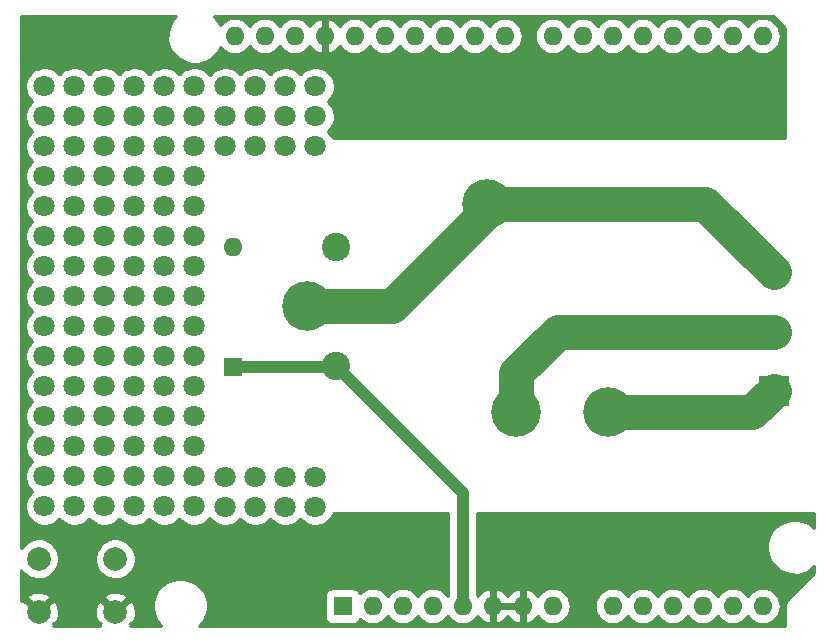
<source format=gbl>
G04 #@! TF.GenerationSoftware,KiCad,Pcbnew,(2017-11-08 revision cd21218)-HEAD*
G04 #@! TF.CreationDate,2018-02-12T10:39:37+02:00*
G04 #@! TF.ProjectId,esp8266_uno_relay,657370383236365F756E6F5F72656C61,rev?*
G04 #@! TF.SameCoordinates,Original*
G04 #@! TF.FileFunction,Copper,L2,Bot,Signal*
G04 #@! TF.FilePolarity,Positive*
%FSLAX46Y46*%
G04 Gerber Fmt 4.6, Leading zero omitted, Abs format (unit mm)*
G04 Created by KiCad (PCBNEW (2017-11-08 revision cd21218)-HEAD) date Mon Feb 12 10:39:37 2018*
%MOMM*%
%LPD*%
G01*
G04 APERTURE LIST*
%ADD10C,1.800000*%
%ADD11C,2.400000*%
%ADD12C,4.200000*%
%ADD13O,1.600000X1.600000*%
%ADD14R,1.600000X1.600000*%
%ADD15R,2.500000X2.500000*%
%ADD16C,2.500000*%
%ADD17C,2.000000*%
%ADD18C,0.350000*%
%ADD19C,0.800000*%
%ADD20C,1.000000*%
%ADD21C,3.000000*%
%ADD22C,0.254000*%
G04 APERTURE END LIST*
D10*
X130700000Y-132830000D03*
X128160000Y-135330000D03*
X128160000Y-132830000D03*
X130700000Y-135330000D03*
X125620000Y-135330000D03*
X125620000Y-132830000D03*
X123080000Y-132830000D03*
X123080000Y-135330000D03*
X125620000Y-104830000D03*
X123080000Y-104830000D03*
X130700000Y-104830000D03*
X128160000Y-99750000D03*
X130700000Y-99750000D03*
X125620000Y-102290000D03*
X128160000Y-104830000D03*
X123080000Y-102290000D03*
X130700000Y-102290000D03*
X128160000Y-102290000D03*
X125620000Y-99750000D03*
X123080000Y-99750000D03*
X120450000Y-135310000D03*
X117910000Y-135310000D03*
X115370000Y-135310000D03*
X112830000Y-135310000D03*
X110290000Y-135310000D03*
X107750000Y-135310000D03*
X120450000Y-132770000D03*
X117910000Y-132770000D03*
X115370000Y-132770000D03*
X112830000Y-132770000D03*
X110290000Y-132770000D03*
X107750000Y-132770000D03*
X120450000Y-130230000D03*
X117910000Y-130230000D03*
X115370000Y-130230000D03*
X112830000Y-130230000D03*
X110290000Y-130230000D03*
X107750000Y-130230000D03*
X120450000Y-127690000D03*
X117910000Y-127690000D03*
X115370000Y-127690000D03*
X112830000Y-127690000D03*
X110290000Y-127690000D03*
X107750000Y-127690000D03*
X120450000Y-125150000D03*
X117910000Y-125150000D03*
X115370000Y-125150000D03*
X112830000Y-125150000D03*
X110290000Y-125150000D03*
X107750000Y-125150000D03*
X120450000Y-122610000D03*
X117910000Y-122610000D03*
X115370000Y-122610000D03*
X112830000Y-122610000D03*
X110290000Y-122610000D03*
X107750000Y-122610000D03*
X120450000Y-120070000D03*
X117910000Y-120070000D03*
X115370000Y-120070000D03*
X112830000Y-120070000D03*
X110290000Y-120070000D03*
X107750000Y-120070000D03*
X120450000Y-117530000D03*
X117910000Y-117530000D03*
X115370000Y-117530000D03*
X112830000Y-117530000D03*
X110290000Y-117530000D03*
X107750000Y-117530000D03*
X120450000Y-114990000D03*
X117910000Y-114990000D03*
X115370000Y-114990000D03*
X112830000Y-114990000D03*
X110290000Y-114990000D03*
X107750000Y-114990000D03*
X120450000Y-112450000D03*
X117910000Y-112450000D03*
X115370000Y-112450000D03*
X112830000Y-112450000D03*
X110290000Y-112450000D03*
X107750000Y-112450000D03*
X120450000Y-109910000D03*
X117910000Y-109910000D03*
X115370000Y-109910000D03*
X112830000Y-109910000D03*
X110290000Y-109910000D03*
X107750000Y-109910000D03*
X120450000Y-107370000D03*
X117910000Y-107370000D03*
X115370000Y-107370000D03*
X112830000Y-107370000D03*
X110290000Y-107370000D03*
X107750000Y-107370000D03*
X120450000Y-104830000D03*
X117910000Y-104830000D03*
X115370000Y-104830000D03*
X112830000Y-104830000D03*
X110290000Y-104830000D03*
X107750000Y-104830000D03*
X120450000Y-102290000D03*
X117910000Y-102290000D03*
X115370000Y-102290000D03*
X112830000Y-102290000D03*
X110290000Y-102290000D03*
X107750000Y-102290000D03*
X120450000Y-99750000D03*
X117910000Y-99750000D03*
X115370000Y-99750000D03*
X112830000Y-99750000D03*
X110290000Y-99750000D03*
X107750000Y-99750000D03*
D11*
X132447976Y-113305136D03*
X132447976Y-123455136D03*
D12*
X129947976Y-118355136D03*
X145197976Y-109705136D03*
X147697976Y-127305136D03*
X155447976Y-127305136D03*
D13*
X123860000Y-95490000D03*
X126400000Y-95490000D03*
D14*
X133000000Y-143750000D03*
D13*
X163480000Y-95490000D03*
X135540000Y-143750000D03*
X160940000Y-95490000D03*
X138080000Y-143750000D03*
X158400000Y-95490000D03*
X140620000Y-143750000D03*
X155860000Y-95490000D03*
X143160000Y-143750000D03*
X153320000Y-95490000D03*
X145700000Y-143750000D03*
X150780000Y-95490000D03*
X148240000Y-143750000D03*
X146720000Y-95490000D03*
X150780000Y-143750000D03*
X144180000Y-95490000D03*
X155860000Y-143750000D03*
X141640000Y-95490000D03*
X158400000Y-143750000D03*
X139100000Y-95490000D03*
X160940000Y-143750000D03*
X136560000Y-95490000D03*
X163480000Y-143750000D03*
X134020000Y-95490000D03*
X166020000Y-143750000D03*
X131480000Y-95490000D03*
X168560000Y-143750000D03*
X128940000Y-95490000D03*
X168560000Y-95490000D03*
X166020000Y-95490000D03*
D14*
X123750000Y-123500000D03*
D13*
X123750000Y-113340000D03*
D15*
X169500000Y-125500000D03*
D16*
X169500000Y-120500000D03*
X169500000Y-115500000D03*
D17*
X107250000Y-144250000D03*
X107250000Y-139750000D03*
X113750000Y-144250000D03*
X113750000Y-139750000D03*
D18*
X107265476Y-95722500D03*
X109805476Y-95722500D03*
X112345476Y-95722500D03*
X114885476Y-95722500D03*
X117425476Y-95722500D03*
X107265476Y-98262500D03*
X109805476Y-98262500D03*
X112345476Y-98262500D03*
X114885476Y-98262500D03*
X117425476Y-98262500D03*
X119965476Y-98262500D03*
X122505476Y-98262500D03*
X125045476Y-98262500D03*
X127585476Y-98262500D03*
X130125476Y-98262500D03*
X135205476Y-98262500D03*
X137745476Y-98262500D03*
X140285476Y-98262500D03*
X142825476Y-98262500D03*
X145365476Y-98262500D03*
X147905476Y-98262500D03*
X135205476Y-100802500D03*
X137745476Y-100802500D03*
X140285476Y-100802500D03*
X142825476Y-100802500D03*
X135205476Y-103342500D03*
X145365476Y-103342500D03*
X147905476Y-103342500D03*
X150445476Y-103342500D03*
X152985476Y-103342500D03*
X155525476Y-103342500D03*
X158065476Y-103342500D03*
X160605476Y-103342500D03*
X163145476Y-103342500D03*
X165685476Y-103342500D03*
X168225476Y-103342500D03*
X132665476Y-136362500D03*
X135205476Y-136362500D03*
X137745476Y-136362500D03*
X140285476Y-136362500D03*
X145365476Y-136362500D03*
X147905476Y-136362500D03*
X150445476Y-136362500D03*
X152985476Y-136362500D03*
X155525476Y-136362500D03*
X158065476Y-136362500D03*
X160605476Y-136362500D03*
X163145476Y-136362500D03*
X165685476Y-136362500D03*
X168225476Y-136362500D03*
X170765476Y-136362500D03*
X109805476Y-138902500D03*
X112345476Y-138902500D03*
X117425476Y-138902500D03*
X119965476Y-138902500D03*
X122505476Y-138902500D03*
X125045476Y-138902500D03*
X127585476Y-138902500D03*
X130125476Y-138902500D03*
X132665476Y-138902500D03*
X135205476Y-138902500D03*
X137745476Y-138902500D03*
X140285476Y-138902500D03*
X145365476Y-138902500D03*
X147905476Y-138902500D03*
X150445476Y-138902500D03*
X152985476Y-138902500D03*
X155525476Y-138902500D03*
X158065476Y-138902500D03*
X160605476Y-138902500D03*
X163145476Y-138902500D03*
X165685476Y-138902500D03*
X168225476Y-138902500D03*
X109805476Y-141442500D03*
X112345476Y-141442500D03*
X117425476Y-141442500D03*
X119965476Y-141442500D03*
X122505476Y-141442500D03*
X125045476Y-141442500D03*
X127585476Y-141442500D03*
X130125476Y-141442500D03*
X132665476Y-141442500D03*
X137745476Y-141442500D03*
X140285476Y-141442500D03*
X145365476Y-141442500D03*
X147905476Y-141442500D03*
X150445476Y-141442500D03*
X152985476Y-141442500D03*
X155525476Y-141442500D03*
X158065476Y-141442500D03*
X160605476Y-141442500D03*
X163145476Y-141442500D03*
X165685476Y-141442500D03*
X168225476Y-141442500D03*
X170765476Y-141442500D03*
X109805476Y-143982500D03*
X122505476Y-143982500D03*
X125045476Y-143982500D03*
X127585476Y-143982500D03*
X130125476Y-143982500D03*
X152985476Y-143982500D03*
D19*
X163000000Y-127250000D03*
X167000000Y-127250000D03*
X159000000Y-127250000D03*
X165000000Y-127250000D03*
X161000000Y-127250000D03*
X166500000Y-120500000D03*
X164500000Y-120500000D03*
X158500000Y-120500000D03*
X152500000Y-120500000D03*
X162500000Y-120500000D03*
X160500000Y-120500000D03*
X156500000Y-120500000D03*
X154500000Y-120500000D03*
X149500000Y-122250000D03*
X148250000Y-123500000D03*
X150750000Y-121000000D03*
X164250000Y-110250000D03*
X165500000Y-111500000D03*
X168000000Y-114000000D03*
X166750000Y-112750000D03*
X162500000Y-109750000D03*
X160500000Y-109750000D03*
X158500000Y-109750000D03*
X156500000Y-109750000D03*
X154500000Y-109750000D03*
X152500000Y-109750000D03*
X150500000Y-109750000D03*
X148500000Y-109750000D03*
X135000000Y-118500000D03*
X133000000Y-118500000D03*
X143250000Y-112250000D03*
X142000000Y-113500000D03*
X140750000Y-114750000D03*
X139500000Y-116000000D03*
X138250000Y-117250000D03*
X137000000Y-118500000D03*
D20*
X123750000Y-123500000D02*
X132403112Y-123500000D01*
X132403112Y-123500000D02*
X132447976Y-123455136D01*
X143160000Y-143750000D02*
X143160000Y-134167160D01*
X143160000Y-134167160D02*
X132447976Y-123455136D01*
D21*
X167694864Y-127305136D02*
X169500000Y-125500000D01*
X155447976Y-127305136D02*
X167694864Y-127305136D01*
X137144864Y-118355136D02*
X145197976Y-110302024D01*
X145197976Y-110302024D02*
X145197976Y-109705136D01*
X163705136Y-109705136D02*
X169500000Y-115500000D01*
X129947976Y-118355136D02*
X137144864Y-118355136D01*
X145197976Y-109705136D02*
X163705136Y-109705136D01*
X147697976Y-124052024D02*
X147697976Y-127305136D01*
X169500000Y-120500000D02*
X151250000Y-120500000D01*
X151250000Y-120500000D02*
X147697976Y-124052024D01*
D22*
G36*
X118708790Y-93996996D02*
X118450968Y-94373535D01*
X118271193Y-94792981D01*
X118176313Y-95239357D01*
X118169942Y-95695660D01*
X118252321Y-96144512D01*
X118420314Y-96568813D01*
X118667522Y-96952404D01*
X118984528Y-97280674D01*
X119359258Y-97541118D01*
X119777438Y-97723816D01*
X120223141Y-97821811D01*
X120679389Y-97831368D01*
X121128804Y-97752124D01*
X121554268Y-97587097D01*
X121939576Y-97342573D01*
X122270051Y-97027867D01*
X122533104Y-96654964D01*
X122642550Y-96409145D01*
X122776485Y-96573365D01*
X123006112Y-96763329D01*
X123268264Y-96905074D01*
X123552954Y-96993200D01*
X123849340Y-97024352D01*
X124146131Y-96997342D01*
X124432024Y-96913199D01*
X124696129Y-96775128D01*
X124928386Y-96588389D01*
X125119948Y-96360094D01*
X125129047Y-96343543D01*
X125316485Y-96573365D01*
X125546112Y-96763329D01*
X125808264Y-96905074D01*
X126092954Y-96993200D01*
X126389340Y-97024352D01*
X126686131Y-96997342D01*
X126972024Y-96913199D01*
X127236129Y-96775128D01*
X127468386Y-96588389D01*
X127659948Y-96360094D01*
X127669047Y-96343543D01*
X127856485Y-96573365D01*
X128086112Y-96763329D01*
X128348264Y-96905074D01*
X128632954Y-96993200D01*
X128929340Y-97024352D01*
X129226131Y-96997342D01*
X129512024Y-96913199D01*
X129776129Y-96775128D01*
X130008386Y-96588389D01*
X130199948Y-96360094D01*
X130214977Y-96332756D01*
X130276788Y-96430229D01*
X130483337Y-96646898D01*
X130728187Y-96819108D01*
X131001929Y-96940241D01*
X131071793Y-96961426D01*
X131307000Y-96824080D01*
X131307000Y-95663000D01*
X131287000Y-95663000D01*
X131287000Y-95317000D01*
X131307000Y-95317000D01*
X131307000Y-94155920D01*
X131653000Y-94155920D01*
X131653000Y-95317000D01*
X131673000Y-95317000D01*
X131673000Y-95663000D01*
X131653000Y-95663000D01*
X131653000Y-96824080D01*
X131888207Y-96961426D01*
X131958071Y-96940241D01*
X132231813Y-96819108D01*
X132476663Y-96646898D01*
X132683212Y-96430229D01*
X132743918Y-96334498D01*
X132748129Y-96342418D01*
X132936485Y-96573365D01*
X133166112Y-96763329D01*
X133428264Y-96905074D01*
X133712954Y-96993200D01*
X134009340Y-97024352D01*
X134306131Y-96997342D01*
X134592024Y-96913199D01*
X134856129Y-96775128D01*
X135088386Y-96588389D01*
X135279948Y-96360094D01*
X135289047Y-96343543D01*
X135476485Y-96573365D01*
X135706112Y-96763329D01*
X135968264Y-96905074D01*
X136252954Y-96993200D01*
X136549340Y-97024352D01*
X136846131Y-96997342D01*
X137132024Y-96913199D01*
X137396129Y-96775128D01*
X137628386Y-96588389D01*
X137819948Y-96360094D01*
X137829047Y-96343543D01*
X138016485Y-96573365D01*
X138246112Y-96763329D01*
X138508264Y-96905074D01*
X138792954Y-96993200D01*
X139089340Y-97024352D01*
X139386131Y-96997342D01*
X139672024Y-96913199D01*
X139936129Y-96775128D01*
X140168386Y-96588389D01*
X140359948Y-96360094D01*
X140369047Y-96343543D01*
X140556485Y-96573365D01*
X140786112Y-96763329D01*
X141048264Y-96905074D01*
X141332954Y-96993200D01*
X141629340Y-97024352D01*
X141926131Y-96997342D01*
X142212024Y-96913199D01*
X142476129Y-96775128D01*
X142708386Y-96588389D01*
X142899948Y-96360094D01*
X142909047Y-96343543D01*
X143096485Y-96573365D01*
X143326112Y-96763329D01*
X143588264Y-96905074D01*
X143872954Y-96993200D01*
X144169340Y-97024352D01*
X144466131Y-96997342D01*
X144752024Y-96913199D01*
X145016129Y-96775128D01*
X145248386Y-96588389D01*
X145439948Y-96360094D01*
X145449047Y-96343543D01*
X145636485Y-96573365D01*
X145866112Y-96763329D01*
X146128264Y-96905074D01*
X146412954Y-96993200D01*
X146709340Y-97024352D01*
X147006131Y-96997342D01*
X147292024Y-96913199D01*
X147556129Y-96775128D01*
X147788386Y-96588389D01*
X147979948Y-96360094D01*
X148123520Y-96098938D01*
X148213631Y-95814870D01*
X148246851Y-95518709D01*
X148247000Y-95497389D01*
X148247000Y-95482611D01*
X149253000Y-95482611D01*
X149253000Y-95497389D01*
X149282081Y-95793985D01*
X149368218Y-96079283D01*
X149508129Y-96342418D01*
X149696485Y-96573365D01*
X149926112Y-96763329D01*
X150188264Y-96905074D01*
X150472954Y-96993200D01*
X150769340Y-97024352D01*
X151066131Y-96997342D01*
X151352024Y-96913199D01*
X151616129Y-96775128D01*
X151848386Y-96588389D01*
X152039948Y-96360094D01*
X152049047Y-96343543D01*
X152236485Y-96573365D01*
X152466112Y-96763329D01*
X152728264Y-96905074D01*
X153012954Y-96993200D01*
X153309340Y-97024352D01*
X153606131Y-96997342D01*
X153892024Y-96913199D01*
X154156129Y-96775128D01*
X154388386Y-96588389D01*
X154579948Y-96360094D01*
X154589047Y-96343543D01*
X154776485Y-96573365D01*
X155006112Y-96763329D01*
X155268264Y-96905074D01*
X155552954Y-96993200D01*
X155849340Y-97024352D01*
X156146131Y-96997342D01*
X156432024Y-96913199D01*
X156696129Y-96775128D01*
X156928386Y-96588389D01*
X157119948Y-96360094D01*
X157129047Y-96343543D01*
X157316485Y-96573365D01*
X157546112Y-96763329D01*
X157808264Y-96905074D01*
X158092954Y-96993200D01*
X158389340Y-97024352D01*
X158686131Y-96997342D01*
X158972024Y-96913199D01*
X159236129Y-96775128D01*
X159468386Y-96588389D01*
X159659948Y-96360094D01*
X159669047Y-96343543D01*
X159856485Y-96573365D01*
X160086112Y-96763329D01*
X160348264Y-96905074D01*
X160632954Y-96993200D01*
X160929340Y-97024352D01*
X161226131Y-96997342D01*
X161512024Y-96913199D01*
X161776129Y-96775128D01*
X162008386Y-96588389D01*
X162199948Y-96360094D01*
X162209047Y-96343543D01*
X162396485Y-96573365D01*
X162626112Y-96763329D01*
X162888264Y-96905074D01*
X163172954Y-96993200D01*
X163469340Y-97024352D01*
X163766131Y-96997342D01*
X164052024Y-96913199D01*
X164316129Y-96775128D01*
X164548386Y-96588389D01*
X164739948Y-96360094D01*
X164749047Y-96343543D01*
X164936485Y-96573365D01*
X165166112Y-96763329D01*
X165428264Y-96905074D01*
X165712954Y-96993200D01*
X166009340Y-97024352D01*
X166306131Y-96997342D01*
X166592024Y-96913199D01*
X166856129Y-96775128D01*
X167088386Y-96588389D01*
X167279948Y-96360094D01*
X167289047Y-96343543D01*
X167476485Y-96573365D01*
X167706112Y-96763329D01*
X167968264Y-96905074D01*
X168252954Y-96993200D01*
X168549340Y-97024352D01*
X168846131Y-96997342D01*
X169132024Y-96913199D01*
X169396129Y-96775128D01*
X169628386Y-96588389D01*
X169819948Y-96360094D01*
X169963520Y-96098938D01*
X170053631Y-95814870D01*
X170086851Y-95518709D01*
X170087000Y-95497389D01*
X170087000Y-95482611D01*
X170057919Y-95186015D01*
X169971782Y-94900717D01*
X169831871Y-94637582D01*
X169643515Y-94406635D01*
X169413888Y-94216671D01*
X169151736Y-94074926D01*
X168867046Y-93986800D01*
X168570660Y-93955648D01*
X168273869Y-93982658D01*
X167987976Y-94066801D01*
X167723871Y-94204872D01*
X167491614Y-94391611D01*
X167300052Y-94619906D01*
X167290953Y-94636457D01*
X167103515Y-94406635D01*
X166873888Y-94216671D01*
X166611736Y-94074926D01*
X166327046Y-93986800D01*
X166030660Y-93955648D01*
X165733869Y-93982658D01*
X165447976Y-94066801D01*
X165183871Y-94204872D01*
X164951614Y-94391611D01*
X164760052Y-94619906D01*
X164750953Y-94636457D01*
X164563515Y-94406635D01*
X164333888Y-94216671D01*
X164071736Y-94074926D01*
X163787046Y-93986800D01*
X163490660Y-93955648D01*
X163193869Y-93982658D01*
X162907976Y-94066801D01*
X162643871Y-94204872D01*
X162411614Y-94391611D01*
X162220052Y-94619906D01*
X162210953Y-94636457D01*
X162023515Y-94406635D01*
X161793888Y-94216671D01*
X161531736Y-94074926D01*
X161247046Y-93986800D01*
X160950660Y-93955648D01*
X160653869Y-93982658D01*
X160367976Y-94066801D01*
X160103871Y-94204872D01*
X159871614Y-94391611D01*
X159680052Y-94619906D01*
X159670953Y-94636457D01*
X159483515Y-94406635D01*
X159253888Y-94216671D01*
X158991736Y-94074926D01*
X158707046Y-93986800D01*
X158410660Y-93955648D01*
X158113869Y-93982658D01*
X157827976Y-94066801D01*
X157563871Y-94204872D01*
X157331614Y-94391611D01*
X157140052Y-94619906D01*
X157130953Y-94636457D01*
X156943515Y-94406635D01*
X156713888Y-94216671D01*
X156451736Y-94074926D01*
X156167046Y-93986800D01*
X155870660Y-93955648D01*
X155573869Y-93982658D01*
X155287976Y-94066801D01*
X155023871Y-94204872D01*
X154791614Y-94391611D01*
X154600052Y-94619906D01*
X154590953Y-94636457D01*
X154403515Y-94406635D01*
X154173888Y-94216671D01*
X153911736Y-94074926D01*
X153627046Y-93986800D01*
X153330660Y-93955648D01*
X153033869Y-93982658D01*
X152747976Y-94066801D01*
X152483871Y-94204872D01*
X152251614Y-94391611D01*
X152060052Y-94619906D01*
X152050953Y-94636457D01*
X151863515Y-94406635D01*
X151633888Y-94216671D01*
X151371736Y-94074926D01*
X151087046Y-93986800D01*
X150790660Y-93955648D01*
X150493869Y-93982658D01*
X150207976Y-94066801D01*
X149943871Y-94204872D01*
X149711614Y-94391611D01*
X149520052Y-94619906D01*
X149376480Y-94881062D01*
X149286369Y-95165130D01*
X149253149Y-95461291D01*
X149253000Y-95482611D01*
X148247000Y-95482611D01*
X148217919Y-95186015D01*
X148131782Y-94900717D01*
X147991871Y-94637582D01*
X147803515Y-94406635D01*
X147573888Y-94216671D01*
X147311736Y-94074926D01*
X147027046Y-93986800D01*
X146730660Y-93955648D01*
X146433869Y-93982658D01*
X146147976Y-94066801D01*
X145883871Y-94204872D01*
X145651614Y-94391611D01*
X145460052Y-94619906D01*
X145450953Y-94636457D01*
X145263515Y-94406635D01*
X145033888Y-94216671D01*
X144771736Y-94074926D01*
X144487046Y-93986800D01*
X144190660Y-93955648D01*
X143893869Y-93982658D01*
X143607976Y-94066801D01*
X143343871Y-94204872D01*
X143111614Y-94391611D01*
X142920052Y-94619906D01*
X142910953Y-94636457D01*
X142723515Y-94406635D01*
X142493888Y-94216671D01*
X142231736Y-94074926D01*
X141947046Y-93986800D01*
X141650660Y-93955648D01*
X141353869Y-93982658D01*
X141067976Y-94066801D01*
X140803871Y-94204872D01*
X140571614Y-94391611D01*
X140380052Y-94619906D01*
X140370953Y-94636457D01*
X140183515Y-94406635D01*
X139953888Y-94216671D01*
X139691736Y-94074926D01*
X139407046Y-93986800D01*
X139110660Y-93955648D01*
X138813869Y-93982658D01*
X138527976Y-94066801D01*
X138263871Y-94204872D01*
X138031614Y-94391611D01*
X137840052Y-94619906D01*
X137830953Y-94636457D01*
X137643515Y-94406635D01*
X137413888Y-94216671D01*
X137151736Y-94074926D01*
X136867046Y-93986800D01*
X136570660Y-93955648D01*
X136273869Y-93982658D01*
X135987976Y-94066801D01*
X135723871Y-94204872D01*
X135491614Y-94391611D01*
X135300052Y-94619906D01*
X135290953Y-94636457D01*
X135103515Y-94406635D01*
X134873888Y-94216671D01*
X134611736Y-94074926D01*
X134327046Y-93986800D01*
X134030660Y-93955648D01*
X133733869Y-93982658D01*
X133447976Y-94066801D01*
X133183871Y-94204872D01*
X132951614Y-94391611D01*
X132760052Y-94619906D01*
X132745023Y-94647244D01*
X132683212Y-94549771D01*
X132476663Y-94333102D01*
X132231813Y-94160892D01*
X131958071Y-94039759D01*
X131888207Y-94018574D01*
X131653000Y-94155920D01*
X131307000Y-94155920D01*
X131071793Y-94018574D01*
X131001929Y-94039759D01*
X130728187Y-94160892D01*
X130483337Y-94333102D01*
X130276788Y-94549771D01*
X130216082Y-94645502D01*
X130211871Y-94637582D01*
X130023515Y-94406635D01*
X129793888Y-94216671D01*
X129531736Y-94074926D01*
X129247046Y-93986800D01*
X128950660Y-93955648D01*
X128653869Y-93982658D01*
X128367976Y-94066801D01*
X128103871Y-94204872D01*
X127871614Y-94391611D01*
X127680052Y-94619906D01*
X127670953Y-94636457D01*
X127483515Y-94406635D01*
X127253888Y-94216671D01*
X126991736Y-94074926D01*
X126707046Y-93986800D01*
X126410660Y-93955648D01*
X126113869Y-93982658D01*
X125827976Y-94066801D01*
X125563871Y-94204872D01*
X125331614Y-94391611D01*
X125140052Y-94619906D01*
X125130953Y-94636457D01*
X124943515Y-94406635D01*
X124713888Y-94216671D01*
X124451736Y-94074926D01*
X124167046Y-93986800D01*
X123870660Y-93955648D01*
X123573869Y-93982658D01*
X123287976Y-94066801D01*
X123023871Y-94204872D01*
X122791614Y-94391611D01*
X122636410Y-94576576D01*
X122564560Y-94402254D01*
X122312021Y-94022152D01*
X122093401Y-93802000D01*
X169417800Y-93802000D01*
X170448000Y-94832199D01*
X170448000Y-104123000D01*
X132168453Y-104123000D01*
X132143506Y-104062474D01*
X131966935Y-103796713D01*
X131742107Y-103570309D01*
X131726190Y-103559573D01*
X131937590Y-103358259D01*
X132121513Y-103097532D01*
X132251291Y-102806046D01*
X132321981Y-102494904D01*
X132327069Y-102130464D01*
X132265095Y-101817470D01*
X132143506Y-101522474D01*
X131966935Y-101256713D01*
X131742107Y-101030309D01*
X131726190Y-101019573D01*
X131937590Y-100818259D01*
X132121513Y-100557532D01*
X132251291Y-100266046D01*
X132321981Y-99954904D01*
X132327069Y-99590464D01*
X132265095Y-99277470D01*
X132143506Y-98982474D01*
X131966935Y-98716713D01*
X131742107Y-98490309D01*
X131477585Y-98311887D01*
X131183445Y-98188242D01*
X130870891Y-98124084D01*
X130551827Y-98121856D01*
X130238408Y-98181644D01*
X129942570Y-98301171D01*
X129675583Y-98475882D01*
X129447615Y-98699125D01*
X129431189Y-98723115D01*
X129426935Y-98716713D01*
X129202107Y-98490309D01*
X128937585Y-98311887D01*
X128643445Y-98188242D01*
X128330891Y-98124084D01*
X128011827Y-98121856D01*
X127698408Y-98181644D01*
X127402570Y-98301171D01*
X127135583Y-98475882D01*
X126907615Y-98699125D01*
X126891189Y-98723115D01*
X126886935Y-98716713D01*
X126662107Y-98490309D01*
X126397585Y-98311887D01*
X126103445Y-98188242D01*
X125790891Y-98124084D01*
X125471827Y-98121856D01*
X125158408Y-98181644D01*
X124862570Y-98301171D01*
X124595583Y-98475882D01*
X124367615Y-98699125D01*
X124351189Y-98723115D01*
X124346935Y-98716713D01*
X124122107Y-98490309D01*
X123857585Y-98311887D01*
X123563445Y-98188242D01*
X123250891Y-98124084D01*
X122931827Y-98121856D01*
X122618408Y-98181644D01*
X122322570Y-98301171D01*
X122055583Y-98475882D01*
X121827615Y-98699125D01*
X121765511Y-98789826D01*
X121716935Y-98716713D01*
X121492107Y-98490309D01*
X121227585Y-98311887D01*
X120933445Y-98188242D01*
X120620891Y-98124084D01*
X120301827Y-98121856D01*
X119988408Y-98181644D01*
X119692570Y-98301171D01*
X119425583Y-98475882D01*
X119197615Y-98699125D01*
X119181189Y-98723115D01*
X119176935Y-98716713D01*
X118952107Y-98490309D01*
X118687585Y-98311887D01*
X118393445Y-98188242D01*
X118080891Y-98124084D01*
X117761827Y-98121856D01*
X117448408Y-98181644D01*
X117152570Y-98301171D01*
X116885583Y-98475882D01*
X116657615Y-98699125D01*
X116641189Y-98723115D01*
X116636935Y-98716713D01*
X116412107Y-98490309D01*
X116147585Y-98311887D01*
X115853445Y-98188242D01*
X115540891Y-98124084D01*
X115221827Y-98121856D01*
X114908408Y-98181644D01*
X114612570Y-98301171D01*
X114345583Y-98475882D01*
X114117615Y-98699125D01*
X114101189Y-98723115D01*
X114096935Y-98716713D01*
X113872107Y-98490309D01*
X113607585Y-98311887D01*
X113313445Y-98188242D01*
X113000891Y-98124084D01*
X112681827Y-98121856D01*
X112368408Y-98181644D01*
X112072570Y-98301171D01*
X111805583Y-98475882D01*
X111577615Y-98699125D01*
X111561189Y-98723115D01*
X111556935Y-98716713D01*
X111332107Y-98490309D01*
X111067585Y-98311887D01*
X110773445Y-98188242D01*
X110460891Y-98124084D01*
X110141827Y-98121856D01*
X109828408Y-98181644D01*
X109532570Y-98301171D01*
X109265583Y-98475882D01*
X109037615Y-98699125D01*
X109021189Y-98723115D01*
X109016935Y-98716713D01*
X108792107Y-98490309D01*
X108527585Y-98311887D01*
X108233445Y-98188242D01*
X107920891Y-98124084D01*
X107601827Y-98121856D01*
X107288408Y-98181644D01*
X106992570Y-98301171D01*
X106725583Y-98475882D01*
X106497615Y-98699125D01*
X106317351Y-98962394D01*
X106191655Y-99255664D01*
X106125317Y-99567763D01*
X106120862Y-99886803D01*
X106178460Y-100200632D01*
X106295918Y-100497297D01*
X106468762Y-100765497D01*
X106690407Y-100995018D01*
X106723442Y-101017978D01*
X106497615Y-101239125D01*
X106317351Y-101502394D01*
X106191655Y-101795664D01*
X106125317Y-102107763D01*
X106120862Y-102426803D01*
X106178460Y-102740632D01*
X106295918Y-103037297D01*
X106468762Y-103305497D01*
X106690407Y-103535018D01*
X106723442Y-103557978D01*
X106497615Y-103779125D01*
X106317351Y-104042394D01*
X106191655Y-104335664D01*
X106125317Y-104647763D01*
X106120862Y-104966803D01*
X106178460Y-105280632D01*
X106295918Y-105577297D01*
X106468762Y-105845497D01*
X106690407Y-106075018D01*
X106723442Y-106097978D01*
X106497615Y-106319125D01*
X106317351Y-106582394D01*
X106191655Y-106875664D01*
X106125317Y-107187763D01*
X106120862Y-107506803D01*
X106178460Y-107820632D01*
X106295918Y-108117297D01*
X106468762Y-108385497D01*
X106690407Y-108615018D01*
X106723442Y-108637978D01*
X106497615Y-108859125D01*
X106317351Y-109122394D01*
X106191655Y-109415664D01*
X106125317Y-109727763D01*
X106120862Y-110046803D01*
X106178460Y-110360632D01*
X106295918Y-110657297D01*
X106468762Y-110925497D01*
X106690407Y-111155018D01*
X106723442Y-111177978D01*
X106497615Y-111399125D01*
X106317351Y-111662394D01*
X106191655Y-111955664D01*
X106125317Y-112267763D01*
X106120862Y-112586803D01*
X106178460Y-112900632D01*
X106295918Y-113197297D01*
X106468762Y-113465497D01*
X106690407Y-113695018D01*
X106723442Y-113717978D01*
X106497615Y-113939125D01*
X106317351Y-114202394D01*
X106191655Y-114495664D01*
X106125317Y-114807763D01*
X106120862Y-115126803D01*
X106178460Y-115440632D01*
X106295918Y-115737297D01*
X106468762Y-116005497D01*
X106690407Y-116235018D01*
X106723442Y-116257978D01*
X106497615Y-116479125D01*
X106317351Y-116742394D01*
X106191655Y-117035664D01*
X106125317Y-117347763D01*
X106120862Y-117666803D01*
X106178460Y-117980632D01*
X106295918Y-118277297D01*
X106468762Y-118545497D01*
X106690407Y-118775018D01*
X106723442Y-118797978D01*
X106497615Y-119019125D01*
X106317351Y-119282394D01*
X106191655Y-119575664D01*
X106125317Y-119887763D01*
X106120862Y-120206803D01*
X106178460Y-120520632D01*
X106295918Y-120817297D01*
X106468762Y-121085497D01*
X106690407Y-121315018D01*
X106723442Y-121337978D01*
X106497615Y-121559125D01*
X106317351Y-121822394D01*
X106191655Y-122115664D01*
X106125317Y-122427763D01*
X106120862Y-122746803D01*
X106178460Y-123060632D01*
X106295918Y-123357297D01*
X106468762Y-123625497D01*
X106690407Y-123855018D01*
X106723442Y-123877978D01*
X106497615Y-124099125D01*
X106317351Y-124362394D01*
X106191655Y-124655664D01*
X106125317Y-124967763D01*
X106120862Y-125286803D01*
X106178460Y-125600632D01*
X106295918Y-125897297D01*
X106468762Y-126165497D01*
X106690407Y-126395018D01*
X106723442Y-126417978D01*
X106497615Y-126639125D01*
X106317351Y-126902394D01*
X106191655Y-127195664D01*
X106125317Y-127507763D01*
X106120862Y-127826803D01*
X106178460Y-128140632D01*
X106295918Y-128437297D01*
X106468762Y-128705497D01*
X106690407Y-128935018D01*
X106723442Y-128957978D01*
X106497615Y-129179125D01*
X106317351Y-129442394D01*
X106191655Y-129735664D01*
X106125317Y-130047763D01*
X106120862Y-130366803D01*
X106178460Y-130680632D01*
X106295918Y-130977297D01*
X106468762Y-131245497D01*
X106690407Y-131475018D01*
X106723442Y-131497978D01*
X106497615Y-131719125D01*
X106317351Y-131982394D01*
X106191655Y-132275664D01*
X106125317Y-132587763D01*
X106120862Y-132906803D01*
X106178460Y-133220632D01*
X106295918Y-133517297D01*
X106468762Y-133785497D01*
X106690407Y-134015018D01*
X106723442Y-134037978D01*
X106497615Y-134259125D01*
X106317351Y-134522394D01*
X106191655Y-134815664D01*
X106125317Y-135127763D01*
X106120862Y-135446803D01*
X106178460Y-135760632D01*
X106295918Y-136057297D01*
X106468762Y-136325497D01*
X106690407Y-136555018D01*
X106952412Y-136737116D01*
X107244797Y-136864856D01*
X107556425Y-136933372D01*
X107875426Y-136940054D01*
X108189649Y-136884648D01*
X108487127Y-136769264D01*
X108756528Y-136598297D01*
X108987590Y-136378259D01*
X109018035Y-136335100D01*
X109230407Y-136555018D01*
X109492412Y-136737116D01*
X109784797Y-136864856D01*
X110096425Y-136933372D01*
X110415426Y-136940054D01*
X110729649Y-136884648D01*
X111027127Y-136769264D01*
X111296528Y-136598297D01*
X111527590Y-136378259D01*
X111558035Y-136335100D01*
X111770407Y-136555018D01*
X112032412Y-136737116D01*
X112324797Y-136864856D01*
X112636425Y-136933372D01*
X112955426Y-136940054D01*
X113269649Y-136884648D01*
X113567127Y-136769264D01*
X113836528Y-136598297D01*
X114067590Y-136378259D01*
X114098035Y-136335100D01*
X114310407Y-136555018D01*
X114572412Y-136737116D01*
X114864797Y-136864856D01*
X115176425Y-136933372D01*
X115495426Y-136940054D01*
X115809649Y-136884648D01*
X116107127Y-136769264D01*
X116376528Y-136598297D01*
X116607590Y-136378259D01*
X116638035Y-136335100D01*
X116850407Y-136555018D01*
X117112412Y-136737116D01*
X117404797Y-136864856D01*
X117716425Y-136933372D01*
X118035426Y-136940054D01*
X118349649Y-136884648D01*
X118647127Y-136769264D01*
X118916528Y-136598297D01*
X119147590Y-136378259D01*
X119178035Y-136335100D01*
X119390407Y-136555018D01*
X119652412Y-136737116D01*
X119944797Y-136864856D01*
X120256425Y-136933372D01*
X120575426Y-136940054D01*
X120889649Y-136884648D01*
X121187127Y-136769264D01*
X121456528Y-136598297D01*
X121687590Y-136378259D01*
X121756720Y-136280261D01*
X121798762Y-136345497D01*
X122020407Y-136575018D01*
X122282412Y-136757116D01*
X122574797Y-136884856D01*
X122886425Y-136953372D01*
X123205426Y-136960054D01*
X123519649Y-136904648D01*
X123817127Y-136789264D01*
X124086528Y-136618297D01*
X124317590Y-136398259D01*
X124348035Y-136355100D01*
X124560407Y-136575018D01*
X124822412Y-136757116D01*
X125114797Y-136884856D01*
X125426425Y-136953372D01*
X125745426Y-136960054D01*
X126059649Y-136904648D01*
X126357127Y-136789264D01*
X126626528Y-136618297D01*
X126857590Y-136398259D01*
X126888035Y-136355100D01*
X127100407Y-136575018D01*
X127362412Y-136757116D01*
X127654797Y-136884856D01*
X127966425Y-136953372D01*
X128285426Y-136960054D01*
X128599649Y-136904648D01*
X128897127Y-136789264D01*
X129166528Y-136618297D01*
X129397590Y-136398259D01*
X129428035Y-136355100D01*
X129640407Y-136575018D01*
X129902412Y-136757116D01*
X130194797Y-136884856D01*
X130506425Y-136953372D01*
X130825426Y-136960054D01*
X131139649Y-136904648D01*
X131437127Y-136789264D01*
X131706528Y-136618297D01*
X131937590Y-136398259D01*
X132121513Y-136137532D01*
X132237509Y-135877000D01*
X141933000Y-135877000D01*
X141933000Y-142840640D01*
X141900052Y-142879906D01*
X141890953Y-142896457D01*
X141703515Y-142666635D01*
X141473888Y-142476671D01*
X141211736Y-142334926D01*
X140927046Y-142246800D01*
X140630660Y-142215648D01*
X140333869Y-142242658D01*
X140047976Y-142326801D01*
X139783871Y-142464872D01*
X139551614Y-142651611D01*
X139360052Y-142879906D01*
X139350953Y-142896457D01*
X139163515Y-142666635D01*
X138933888Y-142476671D01*
X138671736Y-142334926D01*
X138387046Y-142246800D01*
X138090660Y-142215648D01*
X137793869Y-142242658D01*
X137507976Y-142326801D01*
X137243871Y-142464872D01*
X137011614Y-142651611D01*
X136820052Y-142879906D01*
X136810953Y-142896457D01*
X136623515Y-142666635D01*
X136393888Y-142476671D01*
X136131736Y-142334926D01*
X135847046Y-142246800D01*
X135550660Y-142215648D01*
X135253869Y-142242658D01*
X134967976Y-142326801D01*
X134703871Y-142464872D01*
X134471614Y-142651611D01*
X134467478Y-142656540D01*
X134407403Y-142544147D01*
X134316554Y-142433446D01*
X134205853Y-142342597D01*
X134079557Y-142275090D01*
X133942517Y-142233520D01*
X133800000Y-142219483D01*
X132200000Y-142219483D01*
X132057483Y-142233520D01*
X131920443Y-142275090D01*
X131794147Y-142342597D01*
X131683446Y-142433446D01*
X131592597Y-142544147D01*
X131525090Y-142670443D01*
X131483520Y-142807483D01*
X131469483Y-142950000D01*
X131469483Y-144550000D01*
X131483520Y-144692517D01*
X131525090Y-144829557D01*
X131592597Y-144955853D01*
X131683446Y-145066554D01*
X131794147Y-145157403D01*
X131920443Y-145224910D01*
X132057483Y-145266480D01*
X132200000Y-145280517D01*
X133800000Y-145280517D01*
X133942517Y-145266480D01*
X134079557Y-145224910D01*
X134205853Y-145157403D01*
X134316554Y-145066554D01*
X134407403Y-144955853D01*
X134467849Y-144842766D01*
X134686112Y-145023329D01*
X134948264Y-145165074D01*
X135232954Y-145253200D01*
X135529340Y-145284352D01*
X135826131Y-145257342D01*
X136112024Y-145173199D01*
X136376129Y-145035128D01*
X136608386Y-144848389D01*
X136799948Y-144620094D01*
X136809047Y-144603543D01*
X136996485Y-144833365D01*
X137226112Y-145023329D01*
X137488264Y-145165074D01*
X137772954Y-145253200D01*
X138069340Y-145284352D01*
X138366131Y-145257342D01*
X138652024Y-145173199D01*
X138916129Y-145035128D01*
X139148386Y-144848389D01*
X139339948Y-144620094D01*
X139349047Y-144603543D01*
X139536485Y-144833365D01*
X139766112Y-145023329D01*
X140028264Y-145165074D01*
X140312954Y-145253200D01*
X140609340Y-145284352D01*
X140906131Y-145257342D01*
X141192024Y-145173199D01*
X141456129Y-145035128D01*
X141688386Y-144848389D01*
X141879948Y-144620094D01*
X141889047Y-144603543D01*
X142076485Y-144833365D01*
X142306112Y-145023329D01*
X142568264Y-145165074D01*
X142852954Y-145253200D01*
X143149340Y-145284352D01*
X143446131Y-145257342D01*
X143732024Y-145173199D01*
X143996129Y-145035128D01*
X144228386Y-144848389D01*
X144419948Y-144620094D01*
X144434977Y-144592756D01*
X144496788Y-144690229D01*
X144703337Y-144906898D01*
X144948187Y-145079108D01*
X145221929Y-145200241D01*
X145291793Y-145221426D01*
X145527000Y-145084080D01*
X145527000Y-143923000D01*
X145873000Y-143923000D01*
X145873000Y-145084080D01*
X146108207Y-145221426D01*
X146178071Y-145200241D01*
X146451813Y-145079108D01*
X146696663Y-144906898D01*
X146903212Y-144690229D01*
X146970000Y-144584908D01*
X147036788Y-144690229D01*
X147243337Y-144906898D01*
X147488187Y-145079108D01*
X147761929Y-145200241D01*
X147831793Y-145221426D01*
X148067000Y-145084080D01*
X148067000Y-143923000D01*
X145873000Y-143923000D01*
X145527000Y-143923000D01*
X145507000Y-143923000D01*
X145507000Y-143577000D01*
X145527000Y-143577000D01*
X145527000Y-142415920D01*
X145873000Y-142415920D01*
X145873000Y-143577000D01*
X148067000Y-143577000D01*
X148067000Y-142415920D01*
X148413000Y-142415920D01*
X148413000Y-143577000D01*
X148433000Y-143577000D01*
X148433000Y-143923000D01*
X148413000Y-143923000D01*
X148413000Y-145084080D01*
X148648207Y-145221426D01*
X148718071Y-145200241D01*
X148991813Y-145079108D01*
X149236663Y-144906898D01*
X149443212Y-144690229D01*
X149503918Y-144594498D01*
X149508129Y-144602418D01*
X149696485Y-144833365D01*
X149926112Y-145023329D01*
X150188264Y-145165074D01*
X150472954Y-145253200D01*
X150769340Y-145284352D01*
X151066131Y-145257342D01*
X151352024Y-145173199D01*
X151616129Y-145035128D01*
X151848386Y-144848389D01*
X152039948Y-144620094D01*
X152183520Y-144358938D01*
X152273631Y-144074870D01*
X152306851Y-143778709D01*
X152307000Y-143757389D01*
X152307000Y-143742611D01*
X154333000Y-143742611D01*
X154333000Y-143757389D01*
X154362081Y-144053985D01*
X154448218Y-144339283D01*
X154588129Y-144602418D01*
X154776485Y-144833365D01*
X155006112Y-145023329D01*
X155268264Y-145165074D01*
X155552954Y-145253200D01*
X155849340Y-145284352D01*
X156146131Y-145257342D01*
X156432024Y-145173199D01*
X156696129Y-145035128D01*
X156928386Y-144848389D01*
X157119948Y-144620094D01*
X157129047Y-144603543D01*
X157316485Y-144833365D01*
X157546112Y-145023329D01*
X157808264Y-145165074D01*
X158092954Y-145253200D01*
X158389340Y-145284352D01*
X158686131Y-145257342D01*
X158972024Y-145173199D01*
X159236129Y-145035128D01*
X159468386Y-144848389D01*
X159659948Y-144620094D01*
X159669047Y-144603543D01*
X159856485Y-144833365D01*
X160086112Y-145023329D01*
X160348264Y-145165074D01*
X160632954Y-145253200D01*
X160929340Y-145284352D01*
X161226131Y-145257342D01*
X161512024Y-145173199D01*
X161776129Y-145035128D01*
X162008386Y-144848389D01*
X162199948Y-144620094D01*
X162209047Y-144603543D01*
X162396485Y-144833365D01*
X162626112Y-145023329D01*
X162888264Y-145165074D01*
X163172954Y-145253200D01*
X163469340Y-145284352D01*
X163766131Y-145257342D01*
X164052024Y-145173199D01*
X164316129Y-145035128D01*
X164548386Y-144848389D01*
X164739948Y-144620094D01*
X164749047Y-144603543D01*
X164936485Y-144833365D01*
X165166112Y-145023329D01*
X165428264Y-145165074D01*
X165712954Y-145253200D01*
X166009340Y-145284352D01*
X166306131Y-145257342D01*
X166592024Y-145173199D01*
X166856129Y-145035128D01*
X167088386Y-144848389D01*
X167279948Y-144620094D01*
X167289047Y-144603543D01*
X167476485Y-144833365D01*
X167706112Y-145023329D01*
X167968264Y-145165074D01*
X168252954Y-145253200D01*
X168549340Y-145284352D01*
X168846131Y-145257342D01*
X169132024Y-145173199D01*
X169396129Y-145035128D01*
X169628386Y-144848389D01*
X169819948Y-144620094D01*
X169963520Y-144358938D01*
X170053631Y-144074870D01*
X170086851Y-143778709D01*
X170087000Y-143757389D01*
X170087000Y-143742611D01*
X170057919Y-143446015D01*
X169971782Y-143160717D01*
X169831871Y-142897582D01*
X169643515Y-142666635D01*
X169413888Y-142476671D01*
X169151736Y-142334926D01*
X168867046Y-142246800D01*
X168570660Y-142215648D01*
X168273869Y-142242658D01*
X167987976Y-142326801D01*
X167723871Y-142464872D01*
X167491614Y-142651611D01*
X167300052Y-142879906D01*
X167290953Y-142896457D01*
X167103515Y-142666635D01*
X166873888Y-142476671D01*
X166611736Y-142334926D01*
X166327046Y-142246800D01*
X166030660Y-142215648D01*
X165733869Y-142242658D01*
X165447976Y-142326801D01*
X165183871Y-142464872D01*
X164951614Y-142651611D01*
X164760052Y-142879906D01*
X164750953Y-142896457D01*
X164563515Y-142666635D01*
X164333888Y-142476671D01*
X164071736Y-142334926D01*
X163787046Y-142246800D01*
X163490660Y-142215648D01*
X163193869Y-142242658D01*
X162907976Y-142326801D01*
X162643871Y-142464872D01*
X162411614Y-142651611D01*
X162220052Y-142879906D01*
X162210953Y-142896457D01*
X162023515Y-142666635D01*
X161793888Y-142476671D01*
X161531736Y-142334926D01*
X161247046Y-142246800D01*
X160950660Y-142215648D01*
X160653869Y-142242658D01*
X160367976Y-142326801D01*
X160103871Y-142464872D01*
X159871614Y-142651611D01*
X159680052Y-142879906D01*
X159670953Y-142896457D01*
X159483515Y-142666635D01*
X159253888Y-142476671D01*
X158991736Y-142334926D01*
X158707046Y-142246800D01*
X158410660Y-142215648D01*
X158113869Y-142242658D01*
X157827976Y-142326801D01*
X157563871Y-142464872D01*
X157331614Y-142651611D01*
X157140052Y-142879906D01*
X157130953Y-142896457D01*
X156943515Y-142666635D01*
X156713888Y-142476671D01*
X156451736Y-142334926D01*
X156167046Y-142246800D01*
X155870660Y-142215648D01*
X155573869Y-142242658D01*
X155287976Y-142326801D01*
X155023871Y-142464872D01*
X154791614Y-142651611D01*
X154600052Y-142879906D01*
X154456480Y-143141062D01*
X154366369Y-143425130D01*
X154333149Y-143721291D01*
X154333000Y-143742611D01*
X152307000Y-143742611D01*
X152277919Y-143446015D01*
X152191782Y-143160717D01*
X152051871Y-142897582D01*
X151863515Y-142666635D01*
X151633888Y-142476671D01*
X151371736Y-142334926D01*
X151087046Y-142246800D01*
X150790660Y-142215648D01*
X150493869Y-142242658D01*
X150207976Y-142326801D01*
X149943871Y-142464872D01*
X149711614Y-142651611D01*
X149520052Y-142879906D01*
X149505023Y-142907244D01*
X149443212Y-142809771D01*
X149236663Y-142593102D01*
X148991813Y-142420892D01*
X148718071Y-142299759D01*
X148648207Y-142278574D01*
X148413000Y-142415920D01*
X148067000Y-142415920D01*
X147831793Y-142278574D01*
X147761929Y-142299759D01*
X147488187Y-142420892D01*
X147243337Y-142593102D01*
X147036788Y-142809771D01*
X146970000Y-142915092D01*
X146903212Y-142809771D01*
X146696663Y-142593102D01*
X146451813Y-142420892D01*
X146178071Y-142299759D01*
X146108207Y-142278574D01*
X145873000Y-142415920D01*
X145527000Y-142415920D01*
X145291793Y-142278574D01*
X145221929Y-142299759D01*
X144948187Y-142420892D01*
X144703337Y-142593102D01*
X144496788Y-142809771D01*
X144436082Y-142905502D01*
X144431871Y-142897582D01*
X144387000Y-142842565D01*
X144387000Y-135877000D01*
X172948000Y-135877000D01*
X172948000Y-137157332D01*
X172740462Y-136948340D01*
X172362133Y-136693154D01*
X171941442Y-136516312D01*
X171494415Y-136424550D01*
X171038078Y-136421364D01*
X170589813Y-136506875D01*
X170166694Y-136677827D01*
X169784838Y-136927706D01*
X169458790Y-137246996D01*
X169200968Y-137623535D01*
X169021193Y-138042981D01*
X168926313Y-138489357D01*
X168919942Y-138945660D01*
X169002321Y-139394512D01*
X169170314Y-139818813D01*
X169417522Y-140202404D01*
X169734528Y-140530674D01*
X170109258Y-140791118D01*
X170527438Y-140973816D01*
X170973141Y-141071811D01*
X171429389Y-141081368D01*
X171878804Y-141002124D01*
X172304268Y-140837097D01*
X172689576Y-140592573D01*
X172948000Y-140346480D01*
X172948000Y-140917800D01*
X170682900Y-143182900D01*
X170635860Y-143240167D01*
X170588259Y-143296896D01*
X170586227Y-143300591D01*
X170583550Y-143303851D01*
X170548553Y-143369121D01*
X170512853Y-143434059D01*
X170511577Y-143438082D01*
X170509586Y-143441795D01*
X170487926Y-143512641D01*
X170465526Y-143583255D01*
X170465056Y-143587442D01*
X170463822Y-143591479D01*
X170456328Y-143665251D01*
X170448078Y-143738802D01*
X170448021Y-143747037D01*
X170448004Y-143747201D01*
X170448018Y-143747354D01*
X170448000Y-143750000D01*
X170448000Y-145448000D01*
X120841393Y-145448000D01*
X121020051Y-145277867D01*
X121283104Y-144904964D01*
X121468718Y-144488069D01*
X121569821Y-144043062D01*
X121577099Y-143521826D01*
X121488461Y-143074169D01*
X121314560Y-142652254D01*
X121062021Y-142272152D01*
X120740462Y-141948340D01*
X120362133Y-141693154D01*
X119941442Y-141516312D01*
X119494415Y-141424550D01*
X119038078Y-141421364D01*
X118589813Y-141506875D01*
X118166694Y-141677827D01*
X117784838Y-141927706D01*
X117458790Y-142246996D01*
X117200968Y-142623535D01*
X117021193Y-143042981D01*
X116926313Y-143489357D01*
X116919942Y-143945660D01*
X117002321Y-144394512D01*
X117170314Y-144818813D01*
X117417522Y-145202404D01*
X117654691Y-145448000D01*
X115005296Y-145448000D01*
X115098979Y-145354317D01*
X114964065Y-145219403D01*
X115248625Y-145124975D01*
X115390529Y-144815796D01*
X115469388Y-144484873D01*
X115482172Y-144144923D01*
X115428389Y-143809012D01*
X115310107Y-143490048D01*
X115248625Y-143375025D01*
X114964063Y-143280596D01*
X113994659Y-144250000D01*
X114008801Y-144264142D01*
X113764142Y-144508801D01*
X113750000Y-144494659D01*
X113735858Y-144508801D01*
X113491199Y-144264142D01*
X113505341Y-144250000D01*
X112535937Y-143280596D01*
X112251375Y-143375025D01*
X112109471Y-143684204D01*
X112030612Y-144015127D01*
X112017828Y-144355077D01*
X112071611Y-144690988D01*
X112189893Y-145009952D01*
X112251375Y-145124975D01*
X112535935Y-145219403D01*
X112401021Y-145354317D01*
X112494704Y-145448000D01*
X108505296Y-145448000D01*
X108598979Y-145354317D01*
X108464065Y-145219403D01*
X108748625Y-145124975D01*
X108890529Y-144815796D01*
X108969388Y-144484873D01*
X108982172Y-144144923D01*
X108928389Y-143809012D01*
X108810107Y-143490048D01*
X108748625Y-143375025D01*
X108464063Y-143280596D01*
X107494659Y-144250000D01*
X107508801Y-144264142D01*
X107264142Y-144508801D01*
X107250000Y-144494659D01*
X107235858Y-144508801D01*
X106991199Y-144264142D01*
X107005341Y-144250000D01*
X106035937Y-143280596D01*
X105802000Y-143358226D01*
X105802000Y-143035937D01*
X106280596Y-143035937D01*
X107250000Y-144005341D01*
X108219404Y-143035937D01*
X112780596Y-143035937D01*
X113750000Y-144005341D01*
X114719404Y-143035937D01*
X114624975Y-142751375D01*
X114315796Y-142609471D01*
X113984873Y-142530612D01*
X113644923Y-142517828D01*
X113309012Y-142571611D01*
X112990048Y-142689893D01*
X112875025Y-142751375D01*
X112780596Y-143035937D01*
X108219404Y-143035937D01*
X108124975Y-142751375D01*
X107815796Y-142609471D01*
X107484873Y-142530612D01*
X107144923Y-142517828D01*
X106809012Y-142571611D01*
X106490048Y-142689893D01*
X106375025Y-142751375D01*
X106280596Y-143035937D01*
X105802000Y-143035937D01*
X105802000Y-140691344D01*
X105890013Y-140827913D01*
X106125281Y-141071540D01*
X106403390Y-141264831D01*
X106713746Y-141400422D01*
X107044527Y-141473149D01*
X107383135Y-141480241D01*
X107716672Y-141421430D01*
X108032433Y-141298954D01*
X108318392Y-141117479D01*
X108563656Y-140883917D01*
X108758883Y-140607165D01*
X108896638Y-140297763D01*
X108971672Y-139967498D01*
X108972681Y-139895211D01*
X112020730Y-139895211D01*
X112081869Y-140228329D01*
X112206546Y-140543228D01*
X112390013Y-140827913D01*
X112625281Y-141071540D01*
X112903390Y-141264831D01*
X113213746Y-141400422D01*
X113544527Y-141473149D01*
X113883135Y-141480241D01*
X114216672Y-141421430D01*
X114532433Y-141298954D01*
X114818392Y-141117479D01*
X115063656Y-140883917D01*
X115258883Y-140607165D01*
X115396638Y-140297763D01*
X115471672Y-139967498D01*
X115477074Y-139580659D01*
X115411290Y-139248427D01*
X115282228Y-138935300D01*
X115094805Y-138653204D01*
X114856158Y-138412885D01*
X114575377Y-138223497D01*
X114263159Y-138092252D01*
X113931394Y-138024150D01*
X113592720Y-138021786D01*
X113260037Y-138085249D01*
X112946016Y-138212121D01*
X112662619Y-138397571D01*
X112420640Y-138634535D01*
X112229296Y-138913986D01*
X112095875Y-139225281D01*
X112025459Y-139556562D01*
X112020730Y-139895211D01*
X108972681Y-139895211D01*
X108977074Y-139580659D01*
X108911290Y-139248427D01*
X108782228Y-138935300D01*
X108594805Y-138653204D01*
X108356158Y-138412885D01*
X108075377Y-138223497D01*
X107763159Y-138092252D01*
X107431394Y-138024150D01*
X107092720Y-138021786D01*
X106760037Y-138085249D01*
X106446016Y-138212121D01*
X106162619Y-138397571D01*
X105920640Y-138634535D01*
X105802000Y-138807804D01*
X105802000Y-93802000D01*
X118907913Y-93802000D01*
X118708790Y-93996996D01*
X118708790Y-93996996D01*
G37*
X118708790Y-93996996D02*
X118450968Y-94373535D01*
X118271193Y-94792981D01*
X118176313Y-95239357D01*
X118169942Y-95695660D01*
X118252321Y-96144512D01*
X118420314Y-96568813D01*
X118667522Y-96952404D01*
X118984528Y-97280674D01*
X119359258Y-97541118D01*
X119777438Y-97723816D01*
X120223141Y-97821811D01*
X120679389Y-97831368D01*
X121128804Y-97752124D01*
X121554268Y-97587097D01*
X121939576Y-97342573D01*
X122270051Y-97027867D01*
X122533104Y-96654964D01*
X122642550Y-96409145D01*
X122776485Y-96573365D01*
X123006112Y-96763329D01*
X123268264Y-96905074D01*
X123552954Y-96993200D01*
X123849340Y-97024352D01*
X124146131Y-96997342D01*
X124432024Y-96913199D01*
X124696129Y-96775128D01*
X124928386Y-96588389D01*
X125119948Y-96360094D01*
X125129047Y-96343543D01*
X125316485Y-96573365D01*
X125546112Y-96763329D01*
X125808264Y-96905074D01*
X126092954Y-96993200D01*
X126389340Y-97024352D01*
X126686131Y-96997342D01*
X126972024Y-96913199D01*
X127236129Y-96775128D01*
X127468386Y-96588389D01*
X127659948Y-96360094D01*
X127669047Y-96343543D01*
X127856485Y-96573365D01*
X128086112Y-96763329D01*
X128348264Y-96905074D01*
X128632954Y-96993200D01*
X128929340Y-97024352D01*
X129226131Y-96997342D01*
X129512024Y-96913199D01*
X129776129Y-96775128D01*
X130008386Y-96588389D01*
X130199948Y-96360094D01*
X130214977Y-96332756D01*
X130276788Y-96430229D01*
X130483337Y-96646898D01*
X130728187Y-96819108D01*
X131001929Y-96940241D01*
X131071793Y-96961426D01*
X131307000Y-96824080D01*
X131307000Y-95663000D01*
X131287000Y-95663000D01*
X131287000Y-95317000D01*
X131307000Y-95317000D01*
X131307000Y-94155920D01*
X131653000Y-94155920D01*
X131653000Y-95317000D01*
X131673000Y-95317000D01*
X131673000Y-95663000D01*
X131653000Y-95663000D01*
X131653000Y-96824080D01*
X131888207Y-96961426D01*
X131958071Y-96940241D01*
X132231813Y-96819108D01*
X132476663Y-96646898D01*
X132683212Y-96430229D01*
X132743918Y-96334498D01*
X132748129Y-96342418D01*
X132936485Y-96573365D01*
X133166112Y-96763329D01*
X133428264Y-96905074D01*
X133712954Y-96993200D01*
X134009340Y-97024352D01*
X134306131Y-96997342D01*
X134592024Y-96913199D01*
X134856129Y-96775128D01*
X135088386Y-96588389D01*
X135279948Y-96360094D01*
X135289047Y-96343543D01*
X135476485Y-96573365D01*
X135706112Y-96763329D01*
X135968264Y-96905074D01*
X136252954Y-96993200D01*
X136549340Y-97024352D01*
X136846131Y-96997342D01*
X137132024Y-96913199D01*
X137396129Y-96775128D01*
X137628386Y-96588389D01*
X137819948Y-96360094D01*
X137829047Y-96343543D01*
X138016485Y-96573365D01*
X138246112Y-96763329D01*
X138508264Y-96905074D01*
X138792954Y-96993200D01*
X139089340Y-97024352D01*
X139386131Y-96997342D01*
X139672024Y-96913199D01*
X139936129Y-96775128D01*
X140168386Y-96588389D01*
X140359948Y-96360094D01*
X140369047Y-96343543D01*
X140556485Y-96573365D01*
X140786112Y-96763329D01*
X141048264Y-96905074D01*
X141332954Y-96993200D01*
X141629340Y-97024352D01*
X141926131Y-96997342D01*
X142212024Y-96913199D01*
X142476129Y-96775128D01*
X142708386Y-96588389D01*
X142899948Y-96360094D01*
X142909047Y-96343543D01*
X143096485Y-96573365D01*
X143326112Y-96763329D01*
X143588264Y-96905074D01*
X143872954Y-96993200D01*
X144169340Y-97024352D01*
X144466131Y-96997342D01*
X144752024Y-96913199D01*
X145016129Y-96775128D01*
X145248386Y-96588389D01*
X145439948Y-96360094D01*
X145449047Y-96343543D01*
X145636485Y-96573365D01*
X145866112Y-96763329D01*
X146128264Y-96905074D01*
X146412954Y-96993200D01*
X146709340Y-97024352D01*
X147006131Y-96997342D01*
X147292024Y-96913199D01*
X147556129Y-96775128D01*
X147788386Y-96588389D01*
X147979948Y-96360094D01*
X148123520Y-96098938D01*
X148213631Y-95814870D01*
X148246851Y-95518709D01*
X148247000Y-95497389D01*
X148247000Y-95482611D01*
X149253000Y-95482611D01*
X149253000Y-95497389D01*
X149282081Y-95793985D01*
X149368218Y-96079283D01*
X149508129Y-96342418D01*
X149696485Y-96573365D01*
X149926112Y-96763329D01*
X150188264Y-96905074D01*
X150472954Y-96993200D01*
X150769340Y-97024352D01*
X151066131Y-96997342D01*
X151352024Y-96913199D01*
X151616129Y-96775128D01*
X151848386Y-96588389D01*
X152039948Y-96360094D01*
X152049047Y-96343543D01*
X152236485Y-96573365D01*
X152466112Y-96763329D01*
X152728264Y-96905074D01*
X153012954Y-96993200D01*
X153309340Y-97024352D01*
X153606131Y-96997342D01*
X153892024Y-96913199D01*
X154156129Y-96775128D01*
X154388386Y-96588389D01*
X154579948Y-96360094D01*
X154589047Y-96343543D01*
X154776485Y-96573365D01*
X155006112Y-96763329D01*
X155268264Y-96905074D01*
X155552954Y-96993200D01*
X155849340Y-97024352D01*
X156146131Y-96997342D01*
X156432024Y-96913199D01*
X156696129Y-96775128D01*
X156928386Y-96588389D01*
X157119948Y-96360094D01*
X157129047Y-96343543D01*
X157316485Y-96573365D01*
X157546112Y-96763329D01*
X157808264Y-96905074D01*
X158092954Y-96993200D01*
X158389340Y-97024352D01*
X158686131Y-96997342D01*
X158972024Y-96913199D01*
X159236129Y-96775128D01*
X159468386Y-96588389D01*
X159659948Y-96360094D01*
X159669047Y-96343543D01*
X159856485Y-96573365D01*
X160086112Y-96763329D01*
X160348264Y-96905074D01*
X160632954Y-96993200D01*
X160929340Y-97024352D01*
X161226131Y-96997342D01*
X161512024Y-96913199D01*
X161776129Y-96775128D01*
X162008386Y-96588389D01*
X162199948Y-96360094D01*
X162209047Y-96343543D01*
X162396485Y-96573365D01*
X162626112Y-96763329D01*
X162888264Y-96905074D01*
X163172954Y-96993200D01*
X163469340Y-97024352D01*
X163766131Y-96997342D01*
X164052024Y-96913199D01*
X164316129Y-96775128D01*
X164548386Y-96588389D01*
X164739948Y-96360094D01*
X164749047Y-96343543D01*
X164936485Y-96573365D01*
X165166112Y-96763329D01*
X165428264Y-96905074D01*
X165712954Y-96993200D01*
X166009340Y-97024352D01*
X166306131Y-96997342D01*
X166592024Y-96913199D01*
X166856129Y-96775128D01*
X167088386Y-96588389D01*
X167279948Y-96360094D01*
X167289047Y-96343543D01*
X167476485Y-96573365D01*
X167706112Y-96763329D01*
X167968264Y-96905074D01*
X168252954Y-96993200D01*
X168549340Y-97024352D01*
X168846131Y-96997342D01*
X169132024Y-96913199D01*
X169396129Y-96775128D01*
X169628386Y-96588389D01*
X169819948Y-96360094D01*
X169963520Y-96098938D01*
X170053631Y-95814870D01*
X170086851Y-95518709D01*
X170087000Y-95497389D01*
X170087000Y-95482611D01*
X170057919Y-95186015D01*
X169971782Y-94900717D01*
X169831871Y-94637582D01*
X169643515Y-94406635D01*
X169413888Y-94216671D01*
X169151736Y-94074926D01*
X168867046Y-93986800D01*
X168570660Y-93955648D01*
X168273869Y-93982658D01*
X167987976Y-94066801D01*
X167723871Y-94204872D01*
X167491614Y-94391611D01*
X167300052Y-94619906D01*
X167290953Y-94636457D01*
X167103515Y-94406635D01*
X166873888Y-94216671D01*
X166611736Y-94074926D01*
X166327046Y-93986800D01*
X166030660Y-93955648D01*
X165733869Y-93982658D01*
X165447976Y-94066801D01*
X165183871Y-94204872D01*
X164951614Y-94391611D01*
X164760052Y-94619906D01*
X164750953Y-94636457D01*
X164563515Y-94406635D01*
X164333888Y-94216671D01*
X164071736Y-94074926D01*
X163787046Y-93986800D01*
X163490660Y-93955648D01*
X163193869Y-93982658D01*
X162907976Y-94066801D01*
X162643871Y-94204872D01*
X162411614Y-94391611D01*
X162220052Y-94619906D01*
X162210953Y-94636457D01*
X162023515Y-94406635D01*
X161793888Y-94216671D01*
X161531736Y-94074926D01*
X161247046Y-93986800D01*
X160950660Y-93955648D01*
X160653869Y-93982658D01*
X160367976Y-94066801D01*
X160103871Y-94204872D01*
X159871614Y-94391611D01*
X159680052Y-94619906D01*
X159670953Y-94636457D01*
X159483515Y-94406635D01*
X159253888Y-94216671D01*
X158991736Y-94074926D01*
X158707046Y-93986800D01*
X158410660Y-93955648D01*
X158113869Y-93982658D01*
X157827976Y-94066801D01*
X157563871Y-94204872D01*
X157331614Y-94391611D01*
X157140052Y-94619906D01*
X157130953Y-94636457D01*
X156943515Y-94406635D01*
X156713888Y-94216671D01*
X156451736Y-94074926D01*
X156167046Y-93986800D01*
X155870660Y-93955648D01*
X155573869Y-93982658D01*
X155287976Y-94066801D01*
X155023871Y-94204872D01*
X154791614Y-94391611D01*
X154600052Y-94619906D01*
X154590953Y-94636457D01*
X154403515Y-94406635D01*
X154173888Y-94216671D01*
X153911736Y-94074926D01*
X153627046Y-93986800D01*
X153330660Y-93955648D01*
X153033869Y-93982658D01*
X152747976Y-94066801D01*
X152483871Y-94204872D01*
X152251614Y-94391611D01*
X152060052Y-94619906D01*
X152050953Y-94636457D01*
X151863515Y-94406635D01*
X151633888Y-94216671D01*
X151371736Y-94074926D01*
X151087046Y-93986800D01*
X150790660Y-93955648D01*
X150493869Y-93982658D01*
X150207976Y-94066801D01*
X149943871Y-94204872D01*
X149711614Y-94391611D01*
X149520052Y-94619906D01*
X149376480Y-94881062D01*
X149286369Y-95165130D01*
X149253149Y-95461291D01*
X149253000Y-95482611D01*
X148247000Y-95482611D01*
X148217919Y-95186015D01*
X148131782Y-94900717D01*
X147991871Y-94637582D01*
X147803515Y-94406635D01*
X147573888Y-94216671D01*
X147311736Y-94074926D01*
X147027046Y-93986800D01*
X146730660Y-93955648D01*
X146433869Y-93982658D01*
X146147976Y-94066801D01*
X145883871Y-94204872D01*
X145651614Y-94391611D01*
X145460052Y-94619906D01*
X145450953Y-94636457D01*
X145263515Y-94406635D01*
X145033888Y-94216671D01*
X144771736Y-94074926D01*
X144487046Y-93986800D01*
X144190660Y-93955648D01*
X143893869Y-93982658D01*
X143607976Y-94066801D01*
X143343871Y-94204872D01*
X143111614Y-94391611D01*
X142920052Y-94619906D01*
X142910953Y-94636457D01*
X142723515Y-94406635D01*
X142493888Y-94216671D01*
X142231736Y-94074926D01*
X141947046Y-93986800D01*
X141650660Y-93955648D01*
X141353869Y-93982658D01*
X141067976Y-94066801D01*
X140803871Y-94204872D01*
X140571614Y-94391611D01*
X140380052Y-94619906D01*
X140370953Y-94636457D01*
X140183515Y-94406635D01*
X139953888Y-94216671D01*
X139691736Y-94074926D01*
X139407046Y-93986800D01*
X139110660Y-93955648D01*
X138813869Y-93982658D01*
X138527976Y-94066801D01*
X138263871Y-94204872D01*
X138031614Y-94391611D01*
X137840052Y-94619906D01*
X137830953Y-94636457D01*
X137643515Y-94406635D01*
X137413888Y-94216671D01*
X137151736Y-94074926D01*
X136867046Y-93986800D01*
X136570660Y-93955648D01*
X136273869Y-93982658D01*
X135987976Y-94066801D01*
X135723871Y-94204872D01*
X135491614Y-94391611D01*
X135300052Y-94619906D01*
X135290953Y-94636457D01*
X135103515Y-94406635D01*
X134873888Y-94216671D01*
X134611736Y-94074926D01*
X134327046Y-93986800D01*
X134030660Y-93955648D01*
X133733869Y-93982658D01*
X133447976Y-94066801D01*
X133183871Y-94204872D01*
X132951614Y-94391611D01*
X132760052Y-94619906D01*
X132745023Y-94647244D01*
X132683212Y-94549771D01*
X132476663Y-94333102D01*
X132231813Y-94160892D01*
X131958071Y-94039759D01*
X131888207Y-94018574D01*
X131653000Y-94155920D01*
X131307000Y-94155920D01*
X131071793Y-94018574D01*
X131001929Y-94039759D01*
X130728187Y-94160892D01*
X130483337Y-94333102D01*
X130276788Y-94549771D01*
X130216082Y-94645502D01*
X130211871Y-94637582D01*
X130023515Y-94406635D01*
X129793888Y-94216671D01*
X129531736Y-94074926D01*
X129247046Y-93986800D01*
X128950660Y-93955648D01*
X128653869Y-93982658D01*
X128367976Y-94066801D01*
X128103871Y-94204872D01*
X127871614Y-94391611D01*
X127680052Y-94619906D01*
X127670953Y-94636457D01*
X127483515Y-94406635D01*
X127253888Y-94216671D01*
X126991736Y-94074926D01*
X126707046Y-93986800D01*
X126410660Y-93955648D01*
X126113869Y-93982658D01*
X125827976Y-94066801D01*
X125563871Y-94204872D01*
X125331614Y-94391611D01*
X125140052Y-94619906D01*
X125130953Y-94636457D01*
X124943515Y-94406635D01*
X124713888Y-94216671D01*
X124451736Y-94074926D01*
X124167046Y-93986800D01*
X123870660Y-93955648D01*
X123573869Y-93982658D01*
X123287976Y-94066801D01*
X123023871Y-94204872D01*
X122791614Y-94391611D01*
X122636410Y-94576576D01*
X122564560Y-94402254D01*
X122312021Y-94022152D01*
X122093401Y-93802000D01*
X169417800Y-93802000D01*
X170448000Y-94832199D01*
X170448000Y-104123000D01*
X132168453Y-104123000D01*
X132143506Y-104062474D01*
X131966935Y-103796713D01*
X131742107Y-103570309D01*
X131726190Y-103559573D01*
X131937590Y-103358259D01*
X132121513Y-103097532D01*
X132251291Y-102806046D01*
X132321981Y-102494904D01*
X132327069Y-102130464D01*
X132265095Y-101817470D01*
X132143506Y-101522474D01*
X131966935Y-101256713D01*
X131742107Y-101030309D01*
X131726190Y-101019573D01*
X131937590Y-100818259D01*
X132121513Y-100557532D01*
X132251291Y-100266046D01*
X132321981Y-99954904D01*
X132327069Y-99590464D01*
X132265095Y-99277470D01*
X132143506Y-98982474D01*
X131966935Y-98716713D01*
X131742107Y-98490309D01*
X131477585Y-98311887D01*
X131183445Y-98188242D01*
X130870891Y-98124084D01*
X130551827Y-98121856D01*
X130238408Y-98181644D01*
X129942570Y-98301171D01*
X129675583Y-98475882D01*
X129447615Y-98699125D01*
X129431189Y-98723115D01*
X129426935Y-98716713D01*
X129202107Y-98490309D01*
X128937585Y-98311887D01*
X128643445Y-98188242D01*
X128330891Y-98124084D01*
X128011827Y-98121856D01*
X127698408Y-98181644D01*
X127402570Y-98301171D01*
X127135583Y-98475882D01*
X126907615Y-98699125D01*
X126891189Y-98723115D01*
X126886935Y-98716713D01*
X126662107Y-98490309D01*
X126397585Y-98311887D01*
X126103445Y-98188242D01*
X125790891Y-98124084D01*
X125471827Y-98121856D01*
X125158408Y-98181644D01*
X124862570Y-98301171D01*
X124595583Y-98475882D01*
X124367615Y-98699125D01*
X124351189Y-98723115D01*
X124346935Y-98716713D01*
X124122107Y-98490309D01*
X123857585Y-98311887D01*
X123563445Y-98188242D01*
X123250891Y-98124084D01*
X122931827Y-98121856D01*
X122618408Y-98181644D01*
X122322570Y-98301171D01*
X122055583Y-98475882D01*
X121827615Y-98699125D01*
X121765511Y-98789826D01*
X121716935Y-98716713D01*
X121492107Y-98490309D01*
X121227585Y-98311887D01*
X120933445Y-98188242D01*
X120620891Y-98124084D01*
X120301827Y-98121856D01*
X119988408Y-98181644D01*
X119692570Y-98301171D01*
X119425583Y-98475882D01*
X119197615Y-98699125D01*
X119181189Y-98723115D01*
X119176935Y-98716713D01*
X118952107Y-98490309D01*
X118687585Y-98311887D01*
X118393445Y-98188242D01*
X118080891Y-98124084D01*
X117761827Y-98121856D01*
X117448408Y-98181644D01*
X117152570Y-98301171D01*
X116885583Y-98475882D01*
X116657615Y-98699125D01*
X116641189Y-98723115D01*
X116636935Y-98716713D01*
X116412107Y-98490309D01*
X116147585Y-98311887D01*
X115853445Y-98188242D01*
X115540891Y-98124084D01*
X115221827Y-98121856D01*
X114908408Y-98181644D01*
X114612570Y-98301171D01*
X114345583Y-98475882D01*
X114117615Y-98699125D01*
X114101189Y-98723115D01*
X114096935Y-98716713D01*
X113872107Y-98490309D01*
X113607585Y-98311887D01*
X113313445Y-98188242D01*
X113000891Y-98124084D01*
X112681827Y-98121856D01*
X112368408Y-98181644D01*
X112072570Y-98301171D01*
X111805583Y-98475882D01*
X111577615Y-98699125D01*
X111561189Y-98723115D01*
X111556935Y-98716713D01*
X111332107Y-98490309D01*
X111067585Y-98311887D01*
X110773445Y-98188242D01*
X110460891Y-98124084D01*
X110141827Y-98121856D01*
X109828408Y-98181644D01*
X109532570Y-98301171D01*
X109265583Y-98475882D01*
X109037615Y-98699125D01*
X109021189Y-98723115D01*
X109016935Y-98716713D01*
X108792107Y-98490309D01*
X108527585Y-98311887D01*
X108233445Y-98188242D01*
X107920891Y-98124084D01*
X107601827Y-98121856D01*
X107288408Y-98181644D01*
X106992570Y-98301171D01*
X106725583Y-98475882D01*
X106497615Y-98699125D01*
X106317351Y-98962394D01*
X106191655Y-99255664D01*
X106125317Y-99567763D01*
X106120862Y-99886803D01*
X106178460Y-100200632D01*
X106295918Y-100497297D01*
X106468762Y-100765497D01*
X106690407Y-100995018D01*
X106723442Y-101017978D01*
X106497615Y-101239125D01*
X106317351Y-101502394D01*
X106191655Y-101795664D01*
X106125317Y-102107763D01*
X106120862Y-102426803D01*
X106178460Y-102740632D01*
X106295918Y-103037297D01*
X106468762Y-103305497D01*
X106690407Y-103535018D01*
X106723442Y-103557978D01*
X106497615Y-103779125D01*
X106317351Y-104042394D01*
X106191655Y-104335664D01*
X106125317Y-104647763D01*
X106120862Y-104966803D01*
X106178460Y-105280632D01*
X106295918Y-105577297D01*
X106468762Y-105845497D01*
X106690407Y-106075018D01*
X106723442Y-106097978D01*
X106497615Y-106319125D01*
X106317351Y-106582394D01*
X106191655Y-106875664D01*
X106125317Y-107187763D01*
X106120862Y-107506803D01*
X106178460Y-107820632D01*
X106295918Y-108117297D01*
X106468762Y-108385497D01*
X106690407Y-108615018D01*
X106723442Y-108637978D01*
X106497615Y-108859125D01*
X106317351Y-109122394D01*
X106191655Y-109415664D01*
X106125317Y-109727763D01*
X106120862Y-110046803D01*
X106178460Y-110360632D01*
X106295918Y-110657297D01*
X106468762Y-110925497D01*
X106690407Y-111155018D01*
X106723442Y-111177978D01*
X106497615Y-111399125D01*
X106317351Y-111662394D01*
X106191655Y-111955664D01*
X106125317Y-112267763D01*
X106120862Y-112586803D01*
X106178460Y-112900632D01*
X106295918Y-113197297D01*
X106468762Y-113465497D01*
X106690407Y-113695018D01*
X106723442Y-113717978D01*
X106497615Y-113939125D01*
X106317351Y-114202394D01*
X106191655Y-114495664D01*
X106125317Y-114807763D01*
X106120862Y-115126803D01*
X106178460Y-115440632D01*
X106295918Y-115737297D01*
X106468762Y-116005497D01*
X106690407Y-116235018D01*
X106723442Y-116257978D01*
X106497615Y-116479125D01*
X106317351Y-116742394D01*
X106191655Y-117035664D01*
X106125317Y-117347763D01*
X106120862Y-117666803D01*
X106178460Y-117980632D01*
X106295918Y-118277297D01*
X106468762Y-118545497D01*
X106690407Y-118775018D01*
X106723442Y-118797978D01*
X106497615Y-119019125D01*
X106317351Y-119282394D01*
X106191655Y-119575664D01*
X106125317Y-119887763D01*
X106120862Y-120206803D01*
X106178460Y-120520632D01*
X106295918Y-120817297D01*
X106468762Y-121085497D01*
X106690407Y-121315018D01*
X106723442Y-121337978D01*
X106497615Y-121559125D01*
X106317351Y-121822394D01*
X106191655Y-122115664D01*
X106125317Y-122427763D01*
X106120862Y-122746803D01*
X106178460Y-123060632D01*
X106295918Y-123357297D01*
X106468762Y-123625497D01*
X106690407Y-123855018D01*
X106723442Y-123877978D01*
X106497615Y-124099125D01*
X106317351Y-124362394D01*
X106191655Y-124655664D01*
X106125317Y-124967763D01*
X106120862Y-125286803D01*
X106178460Y-125600632D01*
X106295918Y-125897297D01*
X106468762Y-126165497D01*
X106690407Y-126395018D01*
X106723442Y-126417978D01*
X106497615Y-126639125D01*
X106317351Y-126902394D01*
X106191655Y-127195664D01*
X106125317Y-127507763D01*
X106120862Y-127826803D01*
X106178460Y-128140632D01*
X106295918Y-128437297D01*
X106468762Y-128705497D01*
X106690407Y-128935018D01*
X106723442Y-128957978D01*
X106497615Y-129179125D01*
X106317351Y-129442394D01*
X106191655Y-129735664D01*
X106125317Y-130047763D01*
X106120862Y-130366803D01*
X106178460Y-130680632D01*
X106295918Y-130977297D01*
X106468762Y-131245497D01*
X106690407Y-131475018D01*
X106723442Y-131497978D01*
X106497615Y-131719125D01*
X106317351Y-131982394D01*
X106191655Y-132275664D01*
X106125317Y-132587763D01*
X106120862Y-132906803D01*
X106178460Y-133220632D01*
X106295918Y-133517297D01*
X106468762Y-133785497D01*
X106690407Y-134015018D01*
X106723442Y-134037978D01*
X106497615Y-134259125D01*
X106317351Y-134522394D01*
X106191655Y-134815664D01*
X106125317Y-135127763D01*
X106120862Y-135446803D01*
X106178460Y-135760632D01*
X106295918Y-136057297D01*
X106468762Y-136325497D01*
X106690407Y-136555018D01*
X106952412Y-136737116D01*
X107244797Y-136864856D01*
X107556425Y-136933372D01*
X107875426Y-136940054D01*
X108189649Y-136884648D01*
X108487127Y-136769264D01*
X108756528Y-136598297D01*
X108987590Y-136378259D01*
X109018035Y-136335100D01*
X109230407Y-136555018D01*
X109492412Y-136737116D01*
X109784797Y-136864856D01*
X110096425Y-136933372D01*
X110415426Y-136940054D01*
X110729649Y-136884648D01*
X111027127Y-136769264D01*
X111296528Y-136598297D01*
X111527590Y-136378259D01*
X111558035Y-136335100D01*
X111770407Y-136555018D01*
X112032412Y-136737116D01*
X112324797Y-136864856D01*
X112636425Y-136933372D01*
X112955426Y-136940054D01*
X113269649Y-136884648D01*
X113567127Y-136769264D01*
X113836528Y-136598297D01*
X114067590Y-136378259D01*
X114098035Y-136335100D01*
X114310407Y-136555018D01*
X114572412Y-136737116D01*
X114864797Y-136864856D01*
X115176425Y-136933372D01*
X115495426Y-136940054D01*
X115809649Y-136884648D01*
X116107127Y-136769264D01*
X116376528Y-136598297D01*
X116607590Y-136378259D01*
X116638035Y-136335100D01*
X116850407Y-136555018D01*
X117112412Y-136737116D01*
X117404797Y-136864856D01*
X117716425Y-136933372D01*
X118035426Y-136940054D01*
X118349649Y-136884648D01*
X118647127Y-136769264D01*
X118916528Y-136598297D01*
X119147590Y-136378259D01*
X119178035Y-136335100D01*
X119390407Y-136555018D01*
X119652412Y-136737116D01*
X119944797Y-136864856D01*
X120256425Y-136933372D01*
X120575426Y-136940054D01*
X120889649Y-136884648D01*
X121187127Y-136769264D01*
X121456528Y-136598297D01*
X121687590Y-136378259D01*
X121756720Y-136280261D01*
X121798762Y-136345497D01*
X122020407Y-136575018D01*
X122282412Y-136757116D01*
X122574797Y-136884856D01*
X122886425Y-136953372D01*
X123205426Y-136960054D01*
X123519649Y-136904648D01*
X123817127Y-136789264D01*
X124086528Y-136618297D01*
X124317590Y-136398259D01*
X124348035Y-136355100D01*
X124560407Y-136575018D01*
X124822412Y-136757116D01*
X125114797Y-136884856D01*
X125426425Y-136953372D01*
X125745426Y-136960054D01*
X126059649Y-136904648D01*
X126357127Y-136789264D01*
X126626528Y-136618297D01*
X126857590Y-136398259D01*
X126888035Y-136355100D01*
X127100407Y-136575018D01*
X127362412Y-136757116D01*
X127654797Y-136884856D01*
X127966425Y-136953372D01*
X128285426Y-136960054D01*
X128599649Y-136904648D01*
X128897127Y-136789264D01*
X129166528Y-136618297D01*
X129397590Y-136398259D01*
X129428035Y-136355100D01*
X129640407Y-136575018D01*
X129902412Y-136757116D01*
X130194797Y-136884856D01*
X130506425Y-136953372D01*
X130825426Y-136960054D01*
X131139649Y-136904648D01*
X131437127Y-136789264D01*
X131706528Y-136618297D01*
X131937590Y-136398259D01*
X132121513Y-136137532D01*
X132237509Y-135877000D01*
X141933000Y-135877000D01*
X141933000Y-142840640D01*
X141900052Y-142879906D01*
X141890953Y-142896457D01*
X141703515Y-142666635D01*
X141473888Y-142476671D01*
X141211736Y-142334926D01*
X140927046Y-142246800D01*
X140630660Y-142215648D01*
X140333869Y-142242658D01*
X140047976Y-142326801D01*
X139783871Y-142464872D01*
X139551614Y-142651611D01*
X139360052Y-142879906D01*
X139350953Y-142896457D01*
X139163515Y-142666635D01*
X138933888Y-142476671D01*
X138671736Y-142334926D01*
X138387046Y-142246800D01*
X138090660Y-142215648D01*
X137793869Y-142242658D01*
X137507976Y-142326801D01*
X137243871Y-142464872D01*
X137011614Y-142651611D01*
X136820052Y-142879906D01*
X136810953Y-142896457D01*
X136623515Y-142666635D01*
X136393888Y-142476671D01*
X136131736Y-142334926D01*
X135847046Y-142246800D01*
X135550660Y-142215648D01*
X135253869Y-142242658D01*
X134967976Y-142326801D01*
X134703871Y-142464872D01*
X134471614Y-142651611D01*
X134467478Y-142656540D01*
X134407403Y-142544147D01*
X134316554Y-142433446D01*
X134205853Y-142342597D01*
X134079557Y-142275090D01*
X133942517Y-142233520D01*
X133800000Y-142219483D01*
X132200000Y-142219483D01*
X132057483Y-142233520D01*
X131920443Y-142275090D01*
X131794147Y-142342597D01*
X131683446Y-142433446D01*
X131592597Y-142544147D01*
X131525090Y-142670443D01*
X131483520Y-142807483D01*
X131469483Y-142950000D01*
X131469483Y-144550000D01*
X131483520Y-144692517D01*
X131525090Y-144829557D01*
X131592597Y-144955853D01*
X131683446Y-145066554D01*
X131794147Y-145157403D01*
X131920443Y-145224910D01*
X132057483Y-145266480D01*
X132200000Y-145280517D01*
X133800000Y-145280517D01*
X133942517Y-145266480D01*
X134079557Y-145224910D01*
X134205853Y-145157403D01*
X134316554Y-145066554D01*
X134407403Y-144955853D01*
X134467849Y-144842766D01*
X134686112Y-145023329D01*
X134948264Y-145165074D01*
X135232954Y-145253200D01*
X135529340Y-145284352D01*
X135826131Y-145257342D01*
X136112024Y-145173199D01*
X136376129Y-145035128D01*
X136608386Y-144848389D01*
X136799948Y-144620094D01*
X136809047Y-144603543D01*
X136996485Y-144833365D01*
X137226112Y-145023329D01*
X137488264Y-145165074D01*
X137772954Y-145253200D01*
X138069340Y-145284352D01*
X138366131Y-145257342D01*
X138652024Y-145173199D01*
X138916129Y-145035128D01*
X139148386Y-144848389D01*
X139339948Y-144620094D01*
X139349047Y-144603543D01*
X139536485Y-144833365D01*
X139766112Y-145023329D01*
X140028264Y-145165074D01*
X140312954Y-145253200D01*
X140609340Y-145284352D01*
X140906131Y-145257342D01*
X141192024Y-145173199D01*
X141456129Y-145035128D01*
X141688386Y-144848389D01*
X141879948Y-144620094D01*
X141889047Y-144603543D01*
X142076485Y-144833365D01*
X142306112Y-145023329D01*
X142568264Y-145165074D01*
X142852954Y-145253200D01*
X143149340Y-145284352D01*
X143446131Y-145257342D01*
X143732024Y-145173199D01*
X143996129Y-145035128D01*
X144228386Y-144848389D01*
X144419948Y-144620094D01*
X144434977Y-144592756D01*
X144496788Y-144690229D01*
X144703337Y-144906898D01*
X144948187Y-145079108D01*
X145221929Y-145200241D01*
X145291793Y-145221426D01*
X145527000Y-145084080D01*
X145527000Y-143923000D01*
X145873000Y-143923000D01*
X145873000Y-145084080D01*
X146108207Y-145221426D01*
X146178071Y-145200241D01*
X146451813Y-145079108D01*
X146696663Y-144906898D01*
X146903212Y-144690229D01*
X146970000Y-144584908D01*
X147036788Y-144690229D01*
X147243337Y-144906898D01*
X147488187Y-145079108D01*
X147761929Y-145200241D01*
X147831793Y-145221426D01*
X148067000Y-145084080D01*
X148067000Y-143923000D01*
X145873000Y-143923000D01*
X145527000Y-143923000D01*
X145507000Y-143923000D01*
X145507000Y-143577000D01*
X145527000Y-143577000D01*
X145527000Y-142415920D01*
X145873000Y-142415920D01*
X145873000Y-143577000D01*
X148067000Y-143577000D01*
X148067000Y-142415920D01*
X148413000Y-142415920D01*
X148413000Y-143577000D01*
X148433000Y-143577000D01*
X148433000Y-143923000D01*
X148413000Y-143923000D01*
X148413000Y-145084080D01*
X148648207Y-145221426D01*
X148718071Y-145200241D01*
X148991813Y-145079108D01*
X149236663Y-144906898D01*
X149443212Y-144690229D01*
X149503918Y-144594498D01*
X149508129Y-144602418D01*
X149696485Y-144833365D01*
X149926112Y-145023329D01*
X150188264Y-145165074D01*
X150472954Y-145253200D01*
X150769340Y-145284352D01*
X151066131Y-145257342D01*
X151352024Y-145173199D01*
X151616129Y-145035128D01*
X151848386Y-144848389D01*
X152039948Y-144620094D01*
X152183520Y-144358938D01*
X152273631Y-144074870D01*
X152306851Y-143778709D01*
X152307000Y-143757389D01*
X152307000Y-143742611D01*
X154333000Y-143742611D01*
X154333000Y-143757389D01*
X154362081Y-144053985D01*
X154448218Y-144339283D01*
X154588129Y-144602418D01*
X154776485Y-144833365D01*
X155006112Y-145023329D01*
X155268264Y-145165074D01*
X155552954Y-145253200D01*
X155849340Y-145284352D01*
X156146131Y-145257342D01*
X156432024Y-145173199D01*
X156696129Y-145035128D01*
X156928386Y-144848389D01*
X157119948Y-144620094D01*
X157129047Y-144603543D01*
X157316485Y-144833365D01*
X157546112Y-145023329D01*
X157808264Y-145165074D01*
X158092954Y-145253200D01*
X158389340Y-145284352D01*
X158686131Y-145257342D01*
X158972024Y-145173199D01*
X159236129Y-145035128D01*
X159468386Y-144848389D01*
X159659948Y-144620094D01*
X159669047Y-144603543D01*
X159856485Y-144833365D01*
X160086112Y-145023329D01*
X160348264Y-145165074D01*
X160632954Y-145253200D01*
X160929340Y-145284352D01*
X161226131Y-145257342D01*
X161512024Y-145173199D01*
X161776129Y-145035128D01*
X162008386Y-144848389D01*
X162199948Y-144620094D01*
X162209047Y-144603543D01*
X162396485Y-144833365D01*
X162626112Y-145023329D01*
X162888264Y-145165074D01*
X163172954Y-145253200D01*
X163469340Y-145284352D01*
X163766131Y-145257342D01*
X164052024Y-145173199D01*
X164316129Y-145035128D01*
X164548386Y-144848389D01*
X164739948Y-144620094D01*
X164749047Y-144603543D01*
X164936485Y-144833365D01*
X165166112Y-145023329D01*
X165428264Y-145165074D01*
X165712954Y-145253200D01*
X166009340Y-145284352D01*
X166306131Y-145257342D01*
X166592024Y-145173199D01*
X166856129Y-145035128D01*
X167088386Y-144848389D01*
X167279948Y-144620094D01*
X167289047Y-144603543D01*
X167476485Y-144833365D01*
X167706112Y-145023329D01*
X167968264Y-145165074D01*
X168252954Y-145253200D01*
X168549340Y-145284352D01*
X168846131Y-145257342D01*
X169132024Y-145173199D01*
X169396129Y-145035128D01*
X169628386Y-144848389D01*
X169819948Y-144620094D01*
X169963520Y-144358938D01*
X170053631Y-144074870D01*
X170086851Y-143778709D01*
X170087000Y-143757389D01*
X170087000Y-143742611D01*
X170057919Y-143446015D01*
X169971782Y-143160717D01*
X169831871Y-142897582D01*
X169643515Y-142666635D01*
X169413888Y-142476671D01*
X169151736Y-142334926D01*
X168867046Y-142246800D01*
X168570660Y-142215648D01*
X168273869Y-142242658D01*
X167987976Y-142326801D01*
X167723871Y-142464872D01*
X167491614Y-142651611D01*
X167300052Y-142879906D01*
X167290953Y-142896457D01*
X167103515Y-142666635D01*
X166873888Y-142476671D01*
X166611736Y-142334926D01*
X166327046Y-142246800D01*
X166030660Y-142215648D01*
X165733869Y-142242658D01*
X165447976Y-142326801D01*
X165183871Y-142464872D01*
X164951614Y-142651611D01*
X164760052Y-142879906D01*
X164750953Y-142896457D01*
X164563515Y-142666635D01*
X164333888Y-142476671D01*
X164071736Y-142334926D01*
X163787046Y-142246800D01*
X163490660Y-142215648D01*
X163193869Y-142242658D01*
X162907976Y-142326801D01*
X162643871Y-142464872D01*
X162411614Y-142651611D01*
X162220052Y-142879906D01*
X162210953Y-142896457D01*
X162023515Y-142666635D01*
X161793888Y-142476671D01*
X161531736Y-142334926D01*
X161247046Y-142246800D01*
X160950660Y-142215648D01*
X160653869Y-142242658D01*
X160367976Y-142326801D01*
X160103871Y-142464872D01*
X159871614Y-142651611D01*
X159680052Y-142879906D01*
X159670953Y-142896457D01*
X159483515Y-142666635D01*
X159253888Y-142476671D01*
X158991736Y-142334926D01*
X158707046Y-142246800D01*
X158410660Y-142215648D01*
X158113869Y-142242658D01*
X157827976Y-142326801D01*
X157563871Y-142464872D01*
X157331614Y-142651611D01*
X157140052Y-142879906D01*
X157130953Y-142896457D01*
X156943515Y-142666635D01*
X156713888Y-142476671D01*
X156451736Y-142334926D01*
X156167046Y-142246800D01*
X155870660Y-142215648D01*
X155573869Y-142242658D01*
X155287976Y-142326801D01*
X155023871Y-142464872D01*
X154791614Y-142651611D01*
X154600052Y-142879906D01*
X154456480Y-143141062D01*
X154366369Y-143425130D01*
X154333149Y-143721291D01*
X154333000Y-143742611D01*
X152307000Y-143742611D01*
X152277919Y-143446015D01*
X152191782Y-143160717D01*
X152051871Y-142897582D01*
X151863515Y-142666635D01*
X151633888Y-142476671D01*
X151371736Y-142334926D01*
X151087046Y-142246800D01*
X150790660Y-142215648D01*
X150493869Y-142242658D01*
X150207976Y-142326801D01*
X149943871Y-142464872D01*
X149711614Y-142651611D01*
X149520052Y-142879906D01*
X149505023Y-142907244D01*
X149443212Y-142809771D01*
X149236663Y-142593102D01*
X148991813Y-142420892D01*
X148718071Y-142299759D01*
X148648207Y-142278574D01*
X148413000Y-142415920D01*
X148067000Y-142415920D01*
X147831793Y-142278574D01*
X147761929Y-142299759D01*
X147488187Y-142420892D01*
X147243337Y-142593102D01*
X147036788Y-142809771D01*
X146970000Y-142915092D01*
X146903212Y-142809771D01*
X146696663Y-142593102D01*
X146451813Y-142420892D01*
X146178071Y-142299759D01*
X146108207Y-142278574D01*
X145873000Y-142415920D01*
X145527000Y-142415920D01*
X145291793Y-142278574D01*
X145221929Y-142299759D01*
X144948187Y-142420892D01*
X144703337Y-142593102D01*
X144496788Y-142809771D01*
X144436082Y-142905502D01*
X144431871Y-142897582D01*
X144387000Y-142842565D01*
X144387000Y-135877000D01*
X172948000Y-135877000D01*
X172948000Y-137157332D01*
X172740462Y-136948340D01*
X172362133Y-136693154D01*
X171941442Y-136516312D01*
X171494415Y-136424550D01*
X171038078Y-136421364D01*
X170589813Y-136506875D01*
X170166694Y-136677827D01*
X169784838Y-136927706D01*
X169458790Y-137246996D01*
X169200968Y-137623535D01*
X169021193Y-138042981D01*
X168926313Y-138489357D01*
X168919942Y-138945660D01*
X169002321Y-139394512D01*
X169170314Y-139818813D01*
X169417522Y-140202404D01*
X169734528Y-140530674D01*
X170109258Y-140791118D01*
X170527438Y-140973816D01*
X170973141Y-141071811D01*
X171429389Y-141081368D01*
X171878804Y-141002124D01*
X172304268Y-140837097D01*
X172689576Y-140592573D01*
X172948000Y-140346480D01*
X172948000Y-140917800D01*
X170682900Y-143182900D01*
X170635860Y-143240167D01*
X170588259Y-143296896D01*
X170586227Y-143300591D01*
X170583550Y-143303851D01*
X170548553Y-143369121D01*
X170512853Y-143434059D01*
X170511577Y-143438082D01*
X170509586Y-143441795D01*
X170487926Y-143512641D01*
X170465526Y-143583255D01*
X170465056Y-143587442D01*
X170463822Y-143591479D01*
X170456328Y-143665251D01*
X170448078Y-143738802D01*
X170448021Y-143747037D01*
X170448004Y-143747201D01*
X170448018Y-143747354D01*
X170448000Y-143750000D01*
X170448000Y-145448000D01*
X120841393Y-145448000D01*
X121020051Y-145277867D01*
X121283104Y-144904964D01*
X121468718Y-144488069D01*
X121569821Y-144043062D01*
X121577099Y-143521826D01*
X121488461Y-143074169D01*
X121314560Y-142652254D01*
X121062021Y-142272152D01*
X120740462Y-141948340D01*
X120362133Y-141693154D01*
X119941442Y-141516312D01*
X119494415Y-141424550D01*
X119038078Y-141421364D01*
X118589813Y-141506875D01*
X118166694Y-141677827D01*
X117784838Y-141927706D01*
X117458790Y-142246996D01*
X117200968Y-142623535D01*
X117021193Y-143042981D01*
X116926313Y-143489357D01*
X116919942Y-143945660D01*
X117002321Y-144394512D01*
X117170314Y-144818813D01*
X117417522Y-145202404D01*
X117654691Y-145448000D01*
X115005296Y-145448000D01*
X115098979Y-145354317D01*
X114964065Y-145219403D01*
X115248625Y-145124975D01*
X115390529Y-144815796D01*
X115469388Y-144484873D01*
X115482172Y-144144923D01*
X115428389Y-143809012D01*
X115310107Y-143490048D01*
X115248625Y-143375025D01*
X114964063Y-143280596D01*
X113994659Y-144250000D01*
X114008801Y-144264142D01*
X113764142Y-144508801D01*
X113750000Y-144494659D01*
X113735858Y-144508801D01*
X113491199Y-144264142D01*
X113505341Y-144250000D01*
X112535937Y-143280596D01*
X112251375Y-143375025D01*
X112109471Y-143684204D01*
X112030612Y-144015127D01*
X112017828Y-144355077D01*
X112071611Y-144690988D01*
X112189893Y-145009952D01*
X112251375Y-145124975D01*
X112535935Y-145219403D01*
X112401021Y-145354317D01*
X112494704Y-145448000D01*
X108505296Y-145448000D01*
X108598979Y-145354317D01*
X108464065Y-145219403D01*
X108748625Y-145124975D01*
X108890529Y-144815796D01*
X108969388Y-144484873D01*
X108982172Y-144144923D01*
X108928389Y-143809012D01*
X108810107Y-143490048D01*
X108748625Y-143375025D01*
X108464063Y-143280596D01*
X107494659Y-144250000D01*
X107508801Y-144264142D01*
X107264142Y-144508801D01*
X107250000Y-144494659D01*
X107235858Y-144508801D01*
X106991199Y-144264142D01*
X107005341Y-144250000D01*
X106035937Y-143280596D01*
X105802000Y-143358226D01*
X105802000Y-143035937D01*
X106280596Y-143035937D01*
X107250000Y-144005341D01*
X108219404Y-143035937D01*
X112780596Y-143035937D01*
X113750000Y-144005341D01*
X114719404Y-143035937D01*
X114624975Y-142751375D01*
X114315796Y-142609471D01*
X113984873Y-142530612D01*
X113644923Y-142517828D01*
X113309012Y-142571611D01*
X112990048Y-142689893D01*
X112875025Y-142751375D01*
X112780596Y-143035937D01*
X108219404Y-143035937D01*
X108124975Y-142751375D01*
X107815796Y-142609471D01*
X107484873Y-142530612D01*
X107144923Y-142517828D01*
X106809012Y-142571611D01*
X106490048Y-142689893D01*
X106375025Y-142751375D01*
X106280596Y-143035937D01*
X105802000Y-143035937D01*
X105802000Y-140691344D01*
X105890013Y-140827913D01*
X106125281Y-141071540D01*
X106403390Y-141264831D01*
X106713746Y-141400422D01*
X107044527Y-141473149D01*
X107383135Y-141480241D01*
X107716672Y-141421430D01*
X108032433Y-141298954D01*
X108318392Y-141117479D01*
X108563656Y-140883917D01*
X108758883Y-140607165D01*
X108896638Y-140297763D01*
X108971672Y-139967498D01*
X108972681Y-139895211D01*
X112020730Y-139895211D01*
X112081869Y-140228329D01*
X112206546Y-140543228D01*
X112390013Y-140827913D01*
X112625281Y-141071540D01*
X112903390Y-141264831D01*
X113213746Y-141400422D01*
X113544527Y-141473149D01*
X113883135Y-141480241D01*
X114216672Y-141421430D01*
X114532433Y-141298954D01*
X114818392Y-141117479D01*
X115063656Y-140883917D01*
X115258883Y-140607165D01*
X115396638Y-140297763D01*
X115471672Y-139967498D01*
X115477074Y-139580659D01*
X115411290Y-139248427D01*
X115282228Y-138935300D01*
X115094805Y-138653204D01*
X114856158Y-138412885D01*
X114575377Y-138223497D01*
X114263159Y-138092252D01*
X113931394Y-138024150D01*
X113592720Y-138021786D01*
X113260037Y-138085249D01*
X112946016Y-138212121D01*
X112662619Y-138397571D01*
X112420640Y-138634535D01*
X112229296Y-138913986D01*
X112095875Y-139225281D01*
X112025459Y-139556562D01*
X112020730Y-139895211D01*
X108972681Y-139895211D01*
X108977074Y-139580659D01*
X108911290Y-139248427D01*
X108782228Y-138935300D01*
X108594805Y-138653204D01*
X108356158Y-138412885D01*
X108075377Y-138223497D01*
X107763159Y-138092252D01*
X107431394Y-138024150D01*
X107092720Y-138021786D01*
X106760037Y-138085249D01*
X106446016Y-138212121D01*
X106162619Y-138397571D01*
X105920640Y-138634535D01*
X105802000Y-138807804D01*
X105802000Y-93802000D01*
X118907913Y-93802000D01*
X118708790Y-93996996D01*
M02*

</source>
